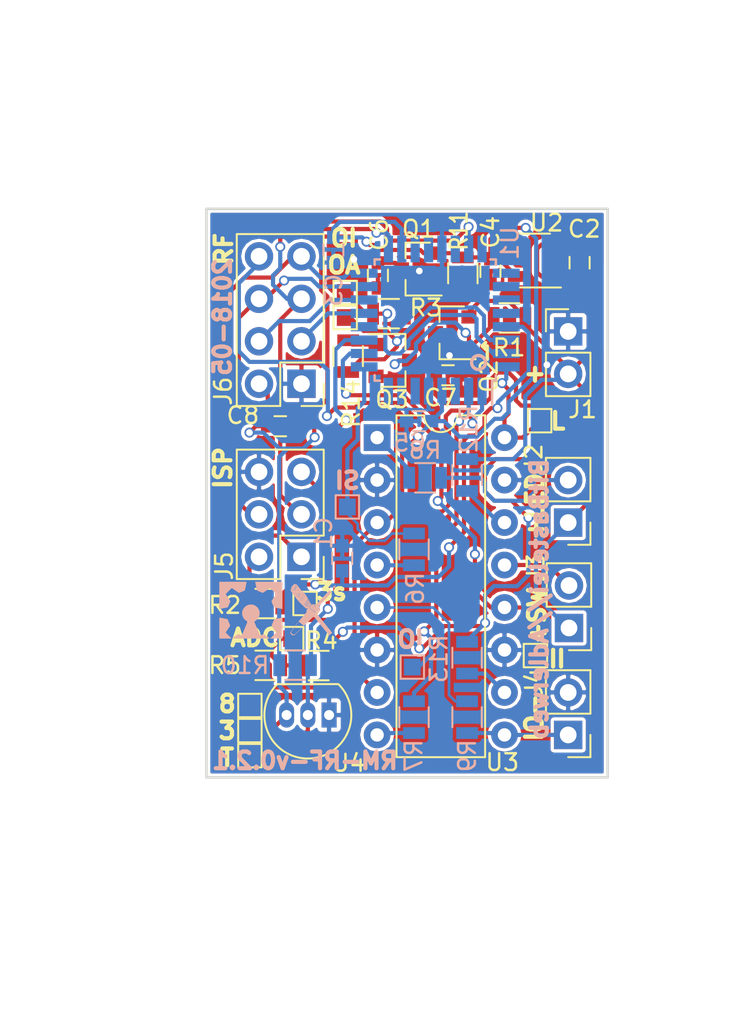
<source format=kicad_pcb>
(kicad_pcb (version 4) (host pcbnew 4.0.7)
  (layers (0 F.Cu signal) (31 B.Cu signal) (34 B.Paste user) (35 F.Paste user) (36 B.SilkS user) (37 F.SilkS user) (38 B.Mask user hide) (39 F.Mask user hide) (44 Edge.Cuts user hide))
  (net 0 "")
  (net 1 RESET)
  (net 2 GND)
  (net 3 VPP)
  (net 4 +3V3)
  (net 5 +BATT)
  (net 6 "Net-(J2-Pad2)")
  (net 7 "Net-(J4-Pad1)")
  (net 8 MISO)
  (net 9 SCK)
  (net 10 MOSI)
  (net 11 CE)
  (net 12 CSN)
  (net 13 "Net-(R4-Pad2)")
  (net 14 "Net-(R6-Pad1)")
  (net 15 R_SW)
  (net 16 "Net-(R7-Pad1)")
  (net 17 R_IO_O)
  (net 18 "Net-(R8-Pad2)")
  (net 19 "Net-(R9-Pad2)")
  (net 20 TEMP)
  (net 21 R_LED)
  (net 22 R_IO_I)
  (net 23 INT0)
  (net 24 "Net-(U1-Pad3)")
  (net 25 "Net-(U1-Pad6)")
  (net 26 "Net-(U1-Pad7)")
  (net 27 "Net-(U1-Pad8)")
  (net 28 "Net-(U1-Pad12)")
  (net 29 "Net-(U1-Pad19)")
  (net 30 "Net-(U1-Pad20)")
  (net 31 "Net-(U1-Pad22)")
  (net 32 "Net-(U1-Pad24)")
  (net 33 "Net-(U1-Pad25)")
  (net 34 "Net-(U1-Pad26)")
  (net 35 "Net-(U1-Pad27)")
  (net 36 "Net-(U1-Pad28)")
  (net 37 "Net-(U2-Pad4)")
  (net 38 "Net-(J3-Pad2)")
  (net 39 "Net-(R12-Pad2)")
  (net 40 "Net-(R13-Pad2)")
  (net 41 +3.3VP)
  (net 42 "Net-(Q1-Pad1)")
  (net 43 "Net-(Q2-Pad1)")
  (net 44 "Net-(Q3-Pad1)")
  (net 45 PWR_ON_IO)
  (net 46 PWR_ON_ADC)
  (module Connectors_TestPoints:Test_Point_Pad_1.0x1.0mm (layer F.Cu) (at 137.996 80.52)
    (fp_text reference TP1 hide)
    (fp_text value TEST)
    (pad 1 smd rect (at 0 0) (size 1 1) (layers F.Cu F.Mask) (net 45 PWR_ON_IO))
  )
  (module Resistors_SMD:R_0805 (layer F.Cu) (at 140.6144 81.788)
    (fp_text reference R3 (at 2.2098 -0.3556) (layer F.SilkS))
    (fp_text value 1.8k)
    (pad 1 smd rect (at -0.95 0) (size 0.7 1.3) (layers F.Cu F.Paste F.Mask) (net 45 PWR_ON_IO))
    (pad 2 smd rect (at 0.95 0) (size 0.7 1.3) (layers F.Cu F.Paste F.Mask) (net 42 "Net-(Q1-Pad1)"))
  )
  (module Housings_QFP:TQFP-32_7x7mm_Pitch0.8mm (layer B.Cu) (at 143.383 82.169 90)
    (fp_text reference U1 (at 4.5974 4.4704 90) (layer B.SilkS) (effects (justify mirror)))
    (fp_text value ATTINY88-AU)
    (pad 1 smd rect (at -4.25 2.8 90) (size 1.6 0.55) (layers B.Cu B.Paste B.Mask) (net 23 INT0))
    (pad 2 smd rect (at -4.25 2 90) (size 1.6 0.55) (layers B.Cu B.Paste B.Mask) (net 17 R_IO_O))
    (pad 3 smd rect (at -4.25 1.2 90) (size 1.6 0.55) (layers B.Cu B.Paste B.Mask) (net 24 "Net-(U1-Pad3)"))
    (pad 4 smd rect (at -4.25 0.4 90) (size 1.6 0.55) (layers B.Cu B.Paste B.Mask) (net 4 +3V3))
    (pad 5 smd rect (at -4.25 -0.4 90) (size 1.6 0.55) (layers B.Cu B.Paste B.Mask) (net 2 GND))
    (pad 6 smd rect (at -4.25 -1.2 90) (size 1.6 0.55) (layers B.Cu B.Paste B.Mask) (net 25 "Net-(U1-Pad6)"))
    (pad 7 smd rect (at -4.25 -2 90) (size 1.6 0.55) (layers B.Cu B.Paste B.Mask) (net 26 "Net-(U1-Pad7)"))
    (pad 8 smd rect (at -4.25 -2.8 90) (size 1.6 0.55) (layers B.Cu B.Paste B.Mask) (net 27 "Net-(U1-Pad8)"))
    (pad 9 smd rect (at -2.8 -4.25) (size 1.6 0.55) (layers B.Cu B.Paste B.Mask) (net 15 R_SW))
    (pad 10 smd rect (at -2 -4.25) (size 1.6 0.55) (layers B.Cu B.Paste B.Mask) (net 22 R_IO_I))
    (pad 11 smd rect (at -1.2 -4.25) (size 1.6 0.55) (layers B.Cu B.Paste B.Mask) (net 20 TEMP))
    (pad 12 smd rect (at -0.4 -4.25) (size 1.6 0.55) (layers B.Cu B.Paste B.Mask) (net 28 "Net-(U1-Pad12)"))
    (pad 13 smd rect (at 0.4 -4.25) (size 1.6 0.55) (layers B.Cu B.Paste B.Mask) (net 11 CE))
    (pad 14 smd rect (at 1.2 -4.25) (size 1.6 0.55) (layers B.Cu B.Paste B.Mask) (net 12 CSN))
    (pad 15 smd rect (at 2 -4.25) (size 1.6 0.55) (layers B.Cu B.Paste B.Mask) (net 10 MOSI))
    (pad 16 smd rect (at 2.8 -4.25) (size 1.6 0.55) (layers B.Cu B.Paste B.Mask) (net 8 MISO))
    (pad 17 smd rect (at 4.25 -2.8 90) (size 1.6 0.55) (layers B.Cu B.Paste B.Mask) (net 9 SCK))
    (pad 18 smd rect (at 4.25 -2 90) (size 1.6 0.55) (layers B.Cu B.Paste B.Mask) (net 4 +3V3))
    (pad 19 smd rect (at 4.25 -1.2 90) (size 1.6 0.55) (layers B.Cu B.Paste B.Mask) (net 29 "Net-(U1-Pad19)"))
    (pad 20 smd rect (at 4.25 -0.4 90) (size 1.6 0.55) (layers B.Cu B.Paste B.Mask) (net 30 "Net-(U1-Pad20)"))
    (pad 21 smd rect (at 4.25 0.4 90) (size 1.6 0.55) (layers B.Cu B.Paste B.Mask) (net 2 GND))
    (pad 22 smd rect (at 4.25 1.2 90) (size 1.6 0.55) (layers B.Cu B.Paste B.Mask) (net 31 "Net-(U1-Pad22)"))
    (pad 23 smd rect (at 4.25 2 90) (size 1.6 0.55) (layers B.Cu B.Paste B.Mask) (net 13 "Net-(R4-Pad2)"))
    (pad 24 smd rect (at 4.25 2.8 90) (size 1.6 0.55) (layers B.Cu B.Paste B.Mask) (net 32 "Net-(U1-Pad24)"))
    (pad 25 smd rect (at 2.8 4.25) (size 1.6 0.55) (layers B.Cu B.Paste B.Mask) (net 33 "Net-(U1-Pad25)"))
    (pad 26 smd rect (at 2 4.25) (size 1.6 0.55) (layers B.Cu B.Paste B.Mask) (net 34 "Net-(U1-Pad26)"))
    (pad 27 smd rect (at 1.2 4.25) (size 1.6 0.55) (layers B.Cu B.Paste B.Mask) (net 35 "Net-(U1-Pad27)"))
    (pad 28 smd rect (at 0.4 4.25) (size 1.6 0.55) (layers B.Cu B.Paste B.Mask) (net 36 "Net-(U1-Pad28)"))
    (pad 29 smd rect (at -0.4 4.25) (size 1.6 0.55) (layers B.Cu B.Paste B.Mask) (net 1 RESET))
    (pad 30 smd rect (at -1.2 4.25) (size 1.6 0.55) (layers B.Cu B.Paste B.Mask) (net 46 PWR_ON_ADC))
    (pad 31 smd rect (at -2 4.25) (size 1.6 0.55) (layers B.Cu B.Paste B.Mask) (net 45 PWR_ON_IO))
    (pad 32 smd rect (at -2.8 4.25) (size 1.6 0.55) (layers B.Cu B.Paste B.Mask) (net 21 R_LED))
  )
  (module Pin_Headers:Pin_Header_Straight_2x04_Pitch2.54mm (layer F.Cu) (at 135.382 85.979 180)
    (fp_text reference J6 (at 4.686 -0.441 270) (layer F.SilkS))
    (fp_text value NRF24L01)
    (pad 1 thru_hole rect (at 0 0 180) (size 1.7 1.7) (drill 1) (layers *.Cu *.Mask) (net 2 GND))
    (pad 2 thru_hole oval (at 2.54 0 180) (size 1.7 1.7) (drill 1) (layers *.Cu *.Mask) (net 41 +3.3VP))
    (pad 3 thru_hole oval (at 0 2.54 180) (size 1.7 1.7) (drill 1) (layers *.Cu *.Mask) (net 11 CE))
    (pad 4 thru_hole oval (at 2.54 2.54 180) (size 1.7 1.7) (drill 1) (layers *.Cu *.Mask) (net 12 CSN))
    (pad 5 thru_hole oval (at 0 5.08 180) (size 1.7 1.7) (drill 1) (layers *.Cu *.Mask) (net 9 SCK))
    (pad 6 thru_hole oval (at 2.54 5.08 180) (size 1.7 1.7) (drill 1) (layers *.Cu *.Mask) (net 10 MOSI))
    (pad 7 thru_hole oval (at 0 7.62 180) (size 1.7 1.7) (drill 1) (layers *.Cu *.Mask) (net 8 MISO))
    (pad 8 thru_hole oval (at 2.54 7.62 180) (size 1.7 1.7) (drill 1) (layers *.Cu *.Mask) (net 23 INT0))
  )
  (module Capacitors_SMD:C_0603 (layer B.Cu) (at 137.287 77.978 270)
    (fp_text reference C3 (at 2.413 -0.0254 270) (layer B.SilkS) (effects (justify mirror)))
    (fp_text value 100n)
    (pad 2 smd rect (at 0.75 0 270) (size 0.8 0.75) (layers B.Cu B.Paste B.Mask) (net 2 GND))
    (pad 1 smd rect (at -0.75 0 270) (size 0.8 0.75) (layers B.Cu B.Paste B.Mask) (net 4 +3V3))
  )
  (module Resistors_SMD:R_0805 (layer F.Cu) (at 133.223 99.1235)
    (fp_text reference R2 (at -2.427 0.0965) (layer F.SilkS))
    (fp_text value 10k)
    (pad 1 smd rect (at -0.95 0) (size 0.7 1.3) (layers F.Cu F.Paste F.Mask) (net 4 +3V3))
    (pad 2 smd rect (at 0.95 0) (size 0.7 1.3) (layers F.Cu F.Paste F.Mask) (net 1 RESET))
  )
  (module TO_SOT_Packages_SMD:SOT-23 (layer F.Cu) (at 142.367 79.121 180)
    (fp_text reference Q1 (at -0.029 2.401 180) (layer F.SilkS))
    (fp_text value AO3407)
    (pad 1 smd rect (at -1 -0.95 180) (size 0.9 0.8) (layers F.Cu F.Paste F.Mask) (net 42 "Net-(Q1-Pad1)"))
    (pad 2 smd rect (at -1 0.95 180) (size 0.9 0.8) (layers F.Cu F.Paste F.Mask) (net 4 +3V3))
    (pad 3 smd rect (at 1 0 180) (size 0.9 0.8) (layers F.Cu F.Paste F.Mask) (net 41 +3.3VP))
  )
  (module TO_SOT_Packages_SMD:SOT-23-5 (layer F.Cu) (at 149.352 78.613 180)
    (fp_text reference U2 (at -0.6858 2.2606 180) (layer F.SilkS))
    (fp_text value NCP551)
    (pad 1 smd rect (at -1.1 -0.95 180) (size 1.06 0.65) (layers F.Cu F.Paste F.Mask) (net 5 +BATT))
    (pad 2 smd rect (at -1.1 0 180) (size 1.06 0.65) (layers F.Cu F.Paste F.Mask) (net 2 GND))
    (pad 3 smd rect (at -1.1 0.95 180) (size 1.06 0.65) (layers F.Cu F.Paste F.Mask) (net 5 +BATT))
    (pad 4 smd rect (at 1.1 0.95 180) (size 1.06 0.65) (layers F.Cu F.Paste F.Mask) (net 37 "Net-(U2-Pad4)"))
    (pad 5 smd rect (at 1.1 -0.95 180) (size 1.06 0.65) (layers F.Cu F.Paste F.Mask) (net 4 +3V3))
  )
  (module TO_SOT_Packages_SMD:SOT-23 (layer F.Cu) (at 140.843 84.582)
    (fp_text reference Q3 (at -0.047 2.338) (layer F.SilkS))
    (fp_text value SI2302DS)
    (pad 1 smd rect (at -1 -0.95) (size 0.9 0.8) (layers F.Cu F.Paste F.Mask) (net 44 "Net-(Q3-Pad1)"))
    (pad 2 smd rect (at -1 0.95) (size 0.9 0.8) (layers F.Cu F.Paste F.Mask) (net 2 GND))
    (pad 3 smd rect (at 1 0) (size 0.9 0.8) (layers F.Cu F.Paste F.Mask) (net 43 "Net-(Q2-Pad1)"))
  )
  (module Capacitors_SMD:C_0603 (layer B.Cu) (at 137.8204 96.4184 270)
    (fp_text reference C1 (at -1.4986 1.1176 270) (layer B.SilkS) (effects (justify mirror)))
    (fp_text value 100n)
    (pad 2 smd rect (at 0.75 0 270) (size 0.8 0.75) (layers B.Cu B.Paste B.Mask) (net 1 RESET))
    (pad 1 smd rect (at -0.75 0 270) (size 0.8 0.75) (layers B.Cu B.Paste B.Mask) (net 2 GND))
  )
  (module Capacitors_SMD:C_0603 (layer F.Cu) (at 152.019 78.74 270)
    (fp_text reference C2 (at -2.02 -0.277 360) (layer F.SilkS))
    (fp_text value 100n)
    (pad 2 smd rect (at 0.75 0 270) (size 0.8 0.75) (layers F.Cu F.Paste F.Mask) (net 2 GND))
    (pad 1 smd rect (at -0.75 0 270) (size 0.8 0.75) (layers F.Cu F.Paste F.Mask) (net 5 +BATT))
  )
  (module Capacitors_SMD:C_0603 (layer F.Cu) (at 146.685 79.248 270)
    (fp_text reference C4 (at -2.328 -0.011 270) (layer F.SilkS))
    (fp_text value 100n)
    (pad 2 smd rect (at 0.75 0 270) (size 0.8 0.75) (layers F.Cu F.Paste F.Mask) (net 2 GND))
    (pad 1 smd rect (at -0.75 0 270) (size 0.8 0.75) (layers F.Cu F.Paste F.Mask) (net 4 +3V3))
  )
  (module Capacitors_SMD:C_0603 (layer B.Cu) (at 142.4178 88.2142 180)
    (fp_text reference C5 (at 0.5588 -1.2954 180) (layer B.SilkS) (effects (justify mirror)))
    (fp_text value 100n)
    (pad 2 smd rect (at 0.75 0 180) (size 0.8 0.75) (layers B.Cu B.Paste B.Mask) (net 2 GND))
    (pad 1 smd rect (at -0.75 0 180) (size 0.8 0.75) (layers B.Cu B.Paste B.Mask) (net 4 +3V3))
  )
  (module Capacitors_SMD:C_0603 (layer F.Cu) (at 139.954 79.502 270)
    (fp_text reference C6 (at -2.4384 -0.0762 270) (layer F.SilkS))
    (fp_text value 100n)
    (pad 2 smd rect (at 0.75 0 270) (size 0.8 0.75) (layers F.Cu F.Paste F.Mask) (net 2 GND))
    (pad 1 smd rect (at -0.75 0 270) (size 0.8 0.75) (layers F.Cu F.Paste F.Mask) (net 41 +3.3VP))
  )
  (module Capacitors_SMD:C_0603 (layer F.Cu) (at 144.145 85.471)
    (fp_text reference C7 (at -0.449 1.349) (layer F.SilkS))
    (fp_text value 100n)
    (pad 2 smd rect (at 0.75 0) (size 0.8 0.75) (layers F.Cu F.Paste F.Mask) (net 2 GND))
    (pad 1 smd rect (at -0.75 0) (size 0.8 0.75) (layers F.Cu F.Paste F.Mask) (net 3 VPP))
  )
  (module Capacitors_SMD:C_0603 (layer F.Cu) (at 134.112 88.519 180)
    (fp_text reference C8 (at 2.2352 0.6477 180) (layer F.SilkS))
    (fp_text value 100n)
    (pad 2 smd rect (at 0.75 0 180) (size 0.8 0.75) (layers F.Cu F.Paste F.Mask) (net 41 +3.3VP))
    (pad 1 smd rect (at -0.75 0 180) (size 0.8 0.75) (layers F.Cu F.Paste F.Mask) (net 2 GND))
  )
  (module Pin_Headers:Pin_Header_Straight_1x02_Pitch2.54mm (layer F.Cu) (at 151.336 82.85)
    (fp_text reference J1 (at 0.86 4.67) (layer F.SilkS))
    (fp_text value PWR)
    (pad 1 thru_hole rect (at 0 0) (size 1.7 1.7) (drill 1) (layers *.Cu *.Mask) (net 2 GND))
    (pad 2 thru_hole oval (at 0 2.54) (size 1.7 1.7) (drill 1) (layers *.Cu *.Mask) (net 5 +BATT))
  )
  (module Pin_Headers:Pin_Header_Straight_1x02_Pitch2.54mm (layer F.Cu) (at 151.336 94.28 180)
    (fp_text reference J2 (at 2.0602 3.856 270) (layer F.SilkS))
    (fp_text value RM_LED)
    (pad 1 thru_hole rect (at 0 0 180) (size 1.7 1.7) (drill 1) (layers *.Cu *.Mask) (net 5 +BATT))
    (pad 2 thru_hole oval (at 0 2.54 180) (size 1.7 1.7) (drill 1) (layers *.Cu *.Mask) (net 6 "Net-(J2-Pad2)"))
  )
  (module Pin_Headers:Pin_Header_Straight_1x02_Pitch2.54mm (layer F.Cu) (at 151.384 100.584 180)
    (fp_text reference J3 (at 1.9812 3.6068 270) (layer F.SilkS))
    (fp_text value RM_SW)
    (pad 1 thru_hole rect (at 0 0 180) (size 1.7 1.7) (drill 1) (layers *.Cu *.Mask) (net 5 +BATT))
    (pad 2 thru_hole oval (at 0 2.54 180) (size 1.7 1.7) (drill 1) (layers *.Cu *.Mask) (net 38 "Net-(J3-Pad2)"))
  )
  (module Pin_Headers:Pin_Header_Straight_1x02_Pitch2.54mm (layer F.Cu) (at 151.336 106.98 180)
    (fp_text reference J4 (at 2.04 3.16 270) (layer F.SilkS))
    (fp_text value RM_IO)
    (pad 1 thru_hole rect (at 0 0 180) (size 1.7 1.7) (drill 1) (layers *.Cu *.Mask) (net 7 "Net-(J4-Pad1)"))
    (pad 2 thru_hole oval (at 0 2.54 180) (size 1.7 1.7) (drill 1) (layers *.Cu *.Mask) (net 2 GND))
  )
  (module Pin_Headers:Pin_Header_Straight_2x03_Pitch2.54mm (layer F.Cu) (at 135.382 96.3295 180)
    (fp_text reference J5 (at 4.6228 -0.5461 270) (layer F.SilkS))
    (fp_text value ISP)
    (pad 1 thru_hole rect (at 0 0 180) (size 1.7 1.7) (drill 1) (layers *.Cu *.Mask) (net 8 MISO))
    (pad 2 thru_hole oval (at 2.54 0 180) (size 1.7 1.7) (drill 1) (layers *.Cu *.Mask) (net 4 +3V3))
    (pad 3 thru_hole oval (at 0 2.54 180) (size 1.7 1.7) (drill 1) (layers *.Cu *.Mask) (net 9 SCK))
    (pad 4 thru_hole oval (at 2.54 2.54 180) (size 1.7 1.7) (drill 1) (layers *.Cu *.Mask) (net 10 MOSI))
    (pad 5 thru_hole oval (at 0 5.08 180) (size 1.7 1.7) (drill 1) (layers *.Cu *.Mask) (net 1 RESET))
    (pad 6 thru_hole oval (at 2.54 5.08 180) (size 1.7 1.7) (drill 1) (layers *.Cu *.Mask) (net 2 GND))
  )
  (module TO_SOT_Packages_SMD:SOT-23 (layer F.Cu) (at 144.399 82.931 180)
    (fp_text reference Q2 (at -2.197 -2.589 270) (layer F.SilkS))
    (fp_text value AO3407)
    (pad 1 smd rect (at -1 -0.95 180) (size 0.9 0.8) (layers F.Cu F.Paste F.Mask) (net 43 "Net-(Q2-Pad1)"))
    (pad 2 smd rect (at -1 0.95 180) (size 0.9 0.8) (layers F.Cu F.Paste F.Mask) (net 5 +BATT))
    (pad 3 smd rect (at 1 0 180) (size 0.9 0.8) (layers F.Cu F.Paste F.Mask) (net 3 VPP))
  )
  (module Resistors_SMD:R_0805 (layer F.Cu) (at 147.828 82.042)
    (fp_text reference R1 (at -0.032 1.778) (layer F.SilkS))
    (fp_text value 560k)
    (pad 1 smd rect (at -0.95 0) (size 0.7 1.3) (layers F.Cu F.Paste F.Mask) (net 43 "Net-(Q2-Pad1)"))
    (pad 2 smd rect (at 0.95 0) (size 0.7 1.3) (layers F.Cu F.Paste F.Mask) (net 5 +BATT))
  )
  (module Resistors_SMD:R_0805 (layer F.Cu) (at 136.4107 102.8319 180)
    (fp_text reference R4 (at -0.1651 1.4986 180) (layer F.SilkS))
    (fp_text value 22k)
    (pad 1 smd rect (at -0.95 0 180) (size 0.7 1.3) (layers F.Cu F.Paste F.Mask) (net 3 VPP))
    (pad 2 smd rect (at 0.95 0 180) (size 0.7 1.3) (layers F.Cu F.Paste F.Mask) (net 13 "Net-(R4-Pad2)"))
  )
  (module Resistors_SMD:R_0805 (layer F.Cu) (at 133.223 102.8192 180)
    (fp_text reference R5 (at 2.427 -0.0008 180) (layer F.SilkS))
    (fp_text value 12k)
    (pad 1 smd rect (at -0.95 0 180) (size 0.7 1.3) (layers F.Cu F.Paste F.Mask) (net 13 "Net-(R4-Pad2)"))
    (pad 2 smd rect (at 0.95 0 180) (size 0.7 1.3) (layers F.Cu F.Paste F.Mask) (net 2 GND))
  )
  (module Resistors_SMD:R_0805 (layer B.Cu) (at 142.113 95.885 90)
    (fp_text reference R6 (at -2.3368 0.0762 90) (layer B.SilkS) (effects (justify mirror)))
    (fp_text value 470)
    (pad 1 smd rect (at -0.95 0 90) (size 0.7 1.3) (layers B.Cu B.Paste B.Mask) (net 14 "Net-(R6-Pad1)"))
    (pad 2 smd rect (at 0.95 0 90) (size 0.7 1.3) (layers B.Cu B.Paste B.Mask) (net 15 R_SW))
  )
  (module Resistors_SMD:R_0805 (layer B.Cu) (at 142.113 105.918 90)
    (fp_text reference R7 (at -2.302 -0.017 90) (layer B.SilkS) (effects (justify mirror)))
    (fp_text value 470)
    (pad 1 smd rect (at -0.95 0 90) (size 0.7 1.3) (layers B.Cu B.Paste B.Mask) (net 16 "Net-(R7-Pad1)"))
    (pad 2 smd rect (at 0.95 0 90) (size 0.7 1.3) (layers B.Cu B.Paste B.Mask) (net 17 R_IO_O))
  )
  (module Resistors_SMD:R_0805 (layer B.Cu) (at 142.7734 91.6051 180)
    (fp_text reference R8 (at 0 1.65 180) (layer B.SilkS) (effects (justify mirror)))
    (fp_text value 1.8k)
    (pad 1 smd rect (at -0.95 0 180) (size 0.7 1.3) (layers B.Cu B.Paste B.Mask) (net 6 "Net-(J2-Pad2)"))
    (pad 2 smd rect (at 0.95 0 180) (size 0.7 1.3) (layers B.Cu B.Paste B.Mask) (net 18 "Net-(R8-Pad2)"))
  )
  (module Resistors_SMD:R_0805 (layer B.Cu) (at 145.288 105.918 90)
    (fp_text reference R9 (at -2.302 0.008 90) (layer B.SilkS) (effects (justify mirror)))
    (fp_text value 1.8k)
    (pad 1 smd rect (at -0.95 0 90) (size 0.7 1.3) (layers B.Cu B.Paste B.Mask) (net 7 "Net-(J4-Pad1)"))
    (pad 2 smd rect (at 0.95 0 90) (size 0.7 1.3) (layers B.Cu B.Paste B.Mask) (net 19 "Net-(R9-Pad2)"))
  )
  (module Resistors_SMD:R_0805 (layer B.Cu) (at 135.001 102.8065 180)
    (fp_text reference R10 (at 2.9972 -0.0127 180) (layer B.SilkS) (effects (justify mirror)))
    (fp_text value 10k)
    (pad 1 smd rect (at -0.95 0 180) (size 0.7 1.3) (layers B.Cu B.Paste B.Mask) (net 20 TEMP))
    (pad 2 smd rect (at 0.95 0 180) (size 0.7 1.3) (layers B.Cu B.Paste B.Mask) (net 41 +3.3VP))
  )
  (module Resistors_SMD:R_0805 (layer F.Cu) (at 145.034 79.375 90)
    (fp_text reference R11 (at 2.54 -0.2286 90) (layer F.SilkS) (effects (font (size 1 0.8))))
    (fp_text value 560k)
    (pad 1 smd rect (at -0.95 0 90) (size 0.7 1.3) (layers F.Cu F.Paste F.Mask) (net 42 "Net-(Q1-Pad1)"))
    (pad 2 smd rect (at 0.95 0 90) (size 0.7 1.3) (layers F.Cu F.Paste F.Mask) (net 4 +3V3))
  )
  (module Resistors_SMD:R_0805 (layer B.Cu) (at 145.288 91.44 270)
    (fp_text reference R12 (at -2.7432 -0.1016 270) (layer B.SilkS) (effects (justify mirror)))
    (fp_text value 1.8k)
    (pad 1 smd rect (at -0.95 0 270) (size 0.7 1.3) (layers B.Cu B.Paste B.Mask) (net 5 +BATT))
    (pad 2 smd rect (at 0.95 0 270) (size 0.7 1.3) (layers B.Cu B.Paste B.Mask) (net 39 "Net-(R12-Pad2)"))
  )
  (module Resistors_SMD:R_0805 (layer B.Cu) (at 145.288 102.362 270)
    (fp_text reference R13 (at 0.058 1.692 270) (layer B.SilkS) (effects (justify mirror)))
    (fp_text value 1.8k)
    (pad 1 smd rect (at -0.95 0 270) (size 0.7 1.3) (layers B.Cu B.Paste B.Mask) (net 3 VPP))
    (pad 2 smd rect (at 0.95 0 270) (size 0.7 1.3) (layers B.Cu B.Paste B.Mask) (net 40 "Net-(R13-Pad2)"))
  )
  (module Resistors_SMD:R_0805 (layer F.Cu) (at 138.176 84.328 90)
    (fp_text reference R14 (at -2.8448 0.1778 90) (layer F.SilkS))
    (fp_text value 1.8k)
    (pad 1 smd rect (at -0.95 0 90) (size 0.7 1.3) (layers F.Cu F.Paste F.Mask) (net 46 PWR_ON_ADC))
    (pad 2 smd rect (at 0.95 0 90) (size 0.7 1.3) (layers F.Cu F.Paste F.Mask) (net 44 "Net-(Q3-Pad1)"))
  )
  (module Housings_DIP:DIP-16_W7.62mm (layer F.Cu) (at 139.906 89.2)
    (fp_text reference U3 (at 7.49 19.42 180) (layer F.SilkS))
    (fp_text value PC847)
    (pad 1 thru_hole rect (at 0 0) (size 1.6 1.6) (drill 0.8) (layers *.Cu *.Mask) (net 18 "Net-(R8-Pad2)"))
    (pad 9 thru_hole oval (at 7.62 17.78) (size 1.6 1.6) (drill 0.8) (layers *.Cu *.Mask) (net 7 "Net-(J4-Pad1)"))
    (pad 2 thru_hole oval (at 0 2.54) (size 1.6 1.6) (drill 0.8) (layers *.Cu *.Mask) (net 2 GND))
    (pad 10 thru_hole oval (at 7.62 15.24) (size 1.6 1.6) (drill 0.8) (layers *.Cu *.Mask) (net 40 "Net-(R13-Pad2)"))
    (pad 3 thru_hole oval (at 0 5.08) (size 1.6 1.6) (drill 0.8) (layers *.Cu *.Mask) (net 4 +3V3))
    (pad 11 thru_hole oval (at 7.62 12.7) (size 1.6 1.6) (drill 0.8) (layers *.Cu *.Mask) (net 2 GND))
    (pad 4 thru_hole oval (at 0 7.62) (size 1.6 1.6) (drill 0.8) (layers *.Cu *.Mask) (net 14 "Net-(R6-Pad1)"))
    (pad 12 thru_hole oval (at 7.62 10.16) (size 1.6 1.6) (drill 0.8) (layers *.Cu *.Mask) (net 22 R_IO_I))
    (pad 5 thru_hole oval (at 0 10.16) (size 1.6 1.6) (drill 0.8) (layers *.Cu *.Mask) (net 19 "Net-(R9-Pad2)"))
    (pad 13 thru_hole oval (at 7.62 7.62) (size 1.6 1.6) (drill 0.8) (layers *.Cu *.Mask) (net 38 "Net-(J3-Pad2)"))
    (pad 6 thru_hole oval (at 0 12.7) (size 1.6 1.6) (drill 0.8) (layers *.Cu *.Mask) (net 2 GND))
    (pad 14 thru_hole oval (at 7.62 5.08) (size 1.6 1.6) (drill 0.8) (layers *.Cu *.Mask) (net 39 "Net-(R12-Pad2)"))
    (pad 7 thru_hole oval (at 0 15.24) (size 1.6 1.6) (drill 0.8) (layers *.Cu *.Mask) (net 4 +3V3))
    (pad 15 thru_hole oval (at 7.62 2.54) (size 1.6 1.6) (drill 0.8) (layers *.Cu *.Mask) (net 2 GND))
    (pad 8 thru_hole oval (at 0 17.78) (size 1.6 1.6) (drill 0.8) (layers *.Cu *.Mask) (net 16 "Net-(R7-Pad1)"))
    (pad 16 thru_hole oval (at 7.62 0) (size 1.6 1.6) (drill 0.8) (layers *.Cu *.Mask) (net 21 R_LED))
  )
  (module TO_SOT_Packages_THT:TO-92_Inline_Narrow_Oval (layer F.Cu) (at 137.033 105.791 180)
    (fp_text reference U4 (at -1.1684 -2.8702 180) (layer F.SilkS))
    (fp_text value DS18B20)
    (pad 2 thru_hole oval (at 1.27 0) (size 0.9 1.5) (drill 0.6) (layers *.Cu *.Mask) (net 20 TEMP))
    (pad 3 thru_hole oval (at 2.54 0) (size 0.9 1.5) (drill 0.6) (layers *.Cu *.Mask) (net 41 +3.3VP))
    (pad 1 thru_hole rect (at 0 0) (size 0.9 1.5) (drill 0.6) (layers *.Cu *.Mask) (net 2 GND))
  )
  (module kicad:oshw3.5n (layer F.Cu) (at 124.096 96.52)
    (fp_text reference G*** hide)
    (fp_text value LOGO hide)
  )
  (module kicad:biba-3.5i (layer B.Cu) (at 136.1186 99.4918 180)
    (fp_text reference G*** hide)
    (fp_text value LOGO hide)
  )
  (module kicad:oshw3.5i (layer B.Cu) (at 132.3594 99.5172 180)
    (fp_text reference G*** hide)
    (fp_text value LOGO hide)
  )
  (module Connectors_TestPoints:Test_Point_Pad_1.0x1.0mm (layer F.Cu) (at 132.296 106.72)
    (fp_text reference TP2 hide)
    (fp_text value TEST)
    (pad 1 smd rect (at 0 0) (size 1 1) (layers F.Cu F.Mask) (net 41 +3.3VP))
  )
  (module Connectors_TestPoints:Test_Point_Pad_1.0x1.0mm (layer F.Cu) (at 137.996 82.02)
    (fp_text reference TP3 hide)
    (fp_text value TEST)
    (pad 1 smd rect (at 0 0) (size 1 1) (layers F.Cu F.Mask) (net 46 PWR_ON_ADC))
  )
  (module Connectors_TestPoints:Test_Point_Pad_1.0x1.0mm (layer F.Cu) (at 132.296 105.22)
    (fp_text reference TP4 hide)
    (fp_text value TEST)
    (pad 1 smd rect (at 0 0) (size 1 1) (layers F.Cu F.Mask) (net 3 VPP))
  )
  (module Connectors_TestPoints:Test_Point_Pad_1.0x1.0mm (layer F.Cu) (at 135.596 99.12)
    (fp_text reference TP5 hide)
    (fp_text value TEST)
    (pad 1 smd rect (at 0 0) (size 1 1) (layers F.Cu F.Mask) (net 4 +3V3))
  )
  (module Connectors_TestPoints:Test_Point_Pad_1.0x1.0mm (layer F.Cu) (at 134.796 101.22)
    (fp_text reference TP6 hide)
    (fp_text value TEST)
    (pad 1 smd rect (at 0 0) (size 1 1) (layers F.Cu F.Mask) (net 13 "Net-(R4-Pad2)"))
  )
  (module Connectors_TestPoints:Test_Point_Pad_1.0x1.0mm (layer B.Cu) (at 138.1252 93.345)
    (fp_text reference TP7 hide)
    (fp_text value TEST)
    (pad 1 smd rect (at 0 0) (size 1 1) (layers B.Cu B.Mask) (net 15 R_SW))
  )
  (module Connectors_TestPoints:Test_Point_Pad_1.0x1.0mm (layer F.Cu) (at 149.6314 88.1888)
    (fp_text reference TP8 hide)
    (fp_text value TEST)
    (pad 1 smd rect (at 0 0) (size 1 1) (layers F.Cu F.Mask) (net 21 R_LED))
  )
  (module Connectors_TestPoints:Test_Point_Pad_1.0x1.0mm (layer B.Cu) (at 142.0114 102.9208)
    (fp_text reference TP9 hide)
    (fp_text value TEST)
    (pad 1 smd rect (at 0 0) (size 1 1) (layers B.Cu B.Mask) (net 17 R_IO_O))
  )
  (module Connectors_TestPoints:Test_Point_Pad_1.0x1.0mm (layer F.Cu) (at 149.3774 102.235)
    (fp_text reference TP10 hide)
    (fp_text value TEST)
    (pad 1 smd rect (at 0 0) (size 1 1) (layers F.Cu F.Mask) (net 22 R_IO_I))
  )
  (module Connectors_TestPoints:Test_Point_Pad_1.0x1.0mm (layer F.Cu) (at 132.296 108.22)
    (fp_text reference TP11 hide)
    (fp_text value TEST)
    (pad 1 smd rect (at 0 0) (size 1 1) (layers F.Cu F.Mask) (net 20 TEMP))
  )
  (gr_circle (center 145.9738 84.709) (end 146.304 84.963) (layer B.SilkS) (width 0.2))
  (gr_text ISP (at 130.683 91.0082 90) (layer F.SilkS) (effects (font (size 1 1) (thickness 0.25))))
  (gr_text RF (at 130.7338 77.9272 90) (layer F.SilkS) (effects (font (size 1 1) (thickness 0.25))))
  (gr_text 2018-05 (at 130.6576 81.9912 90) (layer B.SilkS) (effects (font (size 1 1) (thickness 0.25)) (justify mirror)))
  (gr_text 3s (at 137.1854 98.425) (layer F.SilkS) (effects (font (size 1 1) (thickness 0.25))))
  (gr_text IO (at 141.9098 101.2698) (layer B.SilkS) (effects (font (size 1 1) (thickness 0.25)) (justify mirror)))
  (gr_text SI (at 138.1252 91.7702) (layer B.SilkS) (effects (font (size 1 1) (thickness 0.25)) (justify mirror)))
  (gr_text II (at 150.6728 102.4382) (layer F.SilkS) (effects (font (size 1 1) (thickness 0.25))))
  (gr_text L (at 150.7236 88.2142) (layer F.SilkS) (effects (font (size 1 1) (thickness 0.25))))
  (gr_text "OI\nOA" (at 137.922 78.0796) (layer F.SilkS) (effects (font (size 1 1) (thickness 0.25))))
  (gr_text "8\n3\nT" (at 130.937 106.7308) (layer F.SilkS) (effects (font (size 1 1) (thickness 0.25))))
  (gr_text ADC (at 132.588 101.1682) (layer F.SilkS) (effects (font (size 1 1) (thickness 0.25))))
  (gr_text IO- (at 149.3012 105.9434 90) (layer F.SilkS) (effects (font (size 1 1) (thickness 0.25))))
  (gr_text +SW (at 149.479 99.8474 90) (layer F.SilkS) (effects (font (size 1 1) (thickness 0.25))))
  (gr_text +LED (at 149.352 93.3196 90) (layer F.SilkS) (effects (font (size 1 1) (thickness 0.25))))
  (gr_text + (at 149.352 85.344) (layer F.SilkS) (effects (font (size 1 1) (thickness 0.25))))
  (gr_text BitBastelei//Adlerweb (at 149.606 98.8568 90) (layer B.SilkS) (effects (font (size 1 1) (thickness 0.25)) (justify mirror)))
  (gr_text RM-RF-v0.2.1 (at 135.5852 108.5215) (layer B.SilkS) (effects (font (size 1 1) (thickness 0.25)) (justify mirror)))
  (gr_line (start 146.196 83.72) (end 146.396 83.92) (angle 90) (layer F.SilkS) (width 0.2))
  (gr_line (start 146.396 83.52) (end 146.196 83.72) (angle 90) (layer F.SilkS) (width 0.2))
  (gr_line (start 146.196 83.72) (end 146.396 83.52) (angle 90) (layer F.SilkS) (width 0.2))
  (gr_line (start 146.496 83.72) (end 146.196 83.72) (angle 90) (layer F.SilkS) (width 0.2))
  (gr_line (start 146.496 84.52) (end 146.496 83.72) (angle 90) (layer F.SilkS) (width 0.2))
  (gr_line (start 153.696 75.52) (end 153.696 109.52) (angle 90) (layer Edge.Cuts) (width 0.15))
  (gr_line (start 129.696 75.52) (end 153.696 75.52) (angle 90) (layer Edge.Cuts) (width 0.15))
  (gr_line (start 129.696 76.52) (end 129.696 75.52) (angle 90) (layer Edge.Cuts) (width 0.15))
  (gr_line (start 129.696 109.52) (end 129.696 76.52) (angle 90) (layer Edge.Cuts) (width 0.15))
  (gr_line (start 153.696 109.52) (end 129.696 109.52) (angle 90) (layer Edge.Cuts) (width 0.15))
  (segment (start 145.103002 90.8685) (end 145.103002 89.364398) (width 0.25) (layer F.Cu) (net 1))
  (segment (start 145.387904 89.079496) (end 145.768904 89.079496) (width 0.25) (layer F.Cu) (net 1))
  (segment (start 145.103002 89.364398) (end 145.387904 89.079496) (width 0.25) (layer F.Cu) (net 1))
  (segment (start 145.103002 92.906002) (end 145.103002 94.863498) (width 0.25) (layer F.Cu) (net 1))
  (segment (start 145.103002 94.863498) (end 144.2085 95.758) (width 0.25) (layer F.Cu) (net 1))
  (segment (start 148.209 86.0044) (end 147.447 86.7664) (width 0.25) (layer B.Cu) (net 1))
  (segment (start 147.1295 87.4141) (end 147.1041 87.4395) (width 0.25) (layer B.Cu) (net 1))
  (segment (start 147.1295 87.0839) (end 147.1295 87.4141) (width 0.25) (layer B.Cu) (net 1))
  (segment (start 147.447 86.7664) (end 147.1295 87.0839) (width 0.25) (layer B.Cu) (net 1))
  (segment (start 145.103002 91.311692) (end 145.103002 90.8685) (width 0.25) (layer F.Cu) (net 1))
  (segment (start 140.5255 98.044) (end 137.7569 98.044) (width 0.25) (layer B.Cu) (net 1))
  (via (at 144.2085 95.758) (size 0.6) (drill 0.4) (layers F.Cu B.Cu) (net 1))
  (segment (start 144.2085 95.758) (end 144.2085 96.901) (width 0.25) (layer B.Cu) (net 1))
  (segment (start 144.2085 96.901) (end 143.5735 97.536) (width 0.25) (layer B.Cu) (net 1))
  (segment (start 143.5735 97.536) (end 141.0335 97.536) (width 0.25) (layer B.Cu) (net 1))
  (segment (start 141.0335 97.536) (end 140.5255 98.044) (width 0.25) (layer B.Cu) (net 1))
  (segment (start 145.103002 91.311692) (end 145.103002 92.906002) (width 0.25) (layer F.Cu) (net 1))
  (segment (start 145.768904 89.079496) (end 146.3294 88.519) (width 0.25) (layer F.Cu) (net 1))
  (segment (start 146.3294 88.519) (end 146.3294 87.821898) (width 0.25) (layer F.Cu) (net 1))
  (segment (start 146.3294 87.821898) (end 146.711798 87.4395) (width 0.25) (layer F.Cu) (net 1))
  (segment (start 146.711798 87.4395) (end 147.1041 87.4395) (width 0.25) (layer F.Cu) (net 1))
  (via (at 147.1041 87.4395) (size 0.6) (drill 0.4) (layers F.Cu B.Cu) (net 1))
  (segment (start 148.971 85.2424) (end 148.971 84.6582) (width 0.25) (layer B.Cu) (net 1))
  (segment (start 148.209 86.0044) (end 148.971 85.2424) (width 0.25) (layer B.Cu) (net 1))
  (segment (start 148.971 84.4931) (end 148.971 84.6582) (width 0.25) (layer B.Cu) (net 1))
  (segment (start 148.971 84.4931) (end 148.971 82.936502) (width 0.25) (layer B.Cu) (net 1))
  (segment (start 147.633 82.569) (end 148.603498 82.569) (width 0.25) (layer B.Cu) (net 1))
  (segment (start 148.971 82.936502) (end 148.603498 82.569) (width 0.25) (layer B.Cu) (net 1))
  (segment (start 137.8204 97.1684) (end 137.8204 97.9805) (width 0.25) (layer B.Cu) (net 1))
  (segment (start 137.8204 97.9805) (end 137.7569 98.044) (width 0.25) (layer B.Cu) (net 1))
  (segment (start 134.173 99.1235) (end 134.173 98.618) (width 0.25) (layer F.Cu) (net 1))
  (segment (start 134.173 98.618) (end 134.8105 97.9805) (width 0.25) (layer F.Cu) (net 1))
  (segment (start 134.8105 97.9805) (end 136.2075 97.9805) (width 0.25) (layer F.Cu) (net 1))
  (segment (start 136.2075 97.9805) (end 136.5885 97.5995) (width 0.25) (layer F.Cu) (net 1))
  (segment (start 136.5885 92.456) (end 136.5377 92.4052) (width 0.25) (layer F.Cu) (net 1))
  (segment (start 136.5377 92.4052) (end 135.382 91.2495) (width 0.25) (layer F.Cu) (net 1))
  (segment (start 136.5885 97.5995) (end 136.5885 92.456) (width 0.25) (layer F.Cu) (net 1))
  (segment (start 137.7569 98.044) (end 136.271 98.044) (width 0.25) (layer B.Cu) (net 1))
  (segment (start 136.271 98.044) (end 136.2075 97.9805) (width 0.25) (layer B.Cu) (net 1))
  (via (at 136.2075 97.9805) (size 0.6) (drill 0.4) (layers F.Cu B.Cu) (net 1))
  (segment (start 143.783 77.919) (end 143.783 79.1146) (width 0.25) (layer B.Cu) (net 2))
  (segment (start 142.367 79.2988) (end 142.367 79.8957) (width 0.25) (layer F.Cu) (net 2))
  (segment (start 142.4305 79.2353) (end 142.367 79.2988) (width 0.25) (layer F.Cu) (net 2))
  (via (at 142.4305 79.2353) (size 0.6) (drill 0.4) (layers F.Cu B.Cu) (net 2))
  (segment (start 143.6623 79.2353) (end 142.4305 79.2353) (width 0.25) (layer B.Cu) (net 2))
  (segment (start 143.783 79.1146) (end 143.6623 79.2353) (width 0.25) (layer B.Cu) (net 2))
  (segment (start 142.983 86.419) (end 142.983 85.1725) (width 0.25) (layer B.Cu) (net 2))
  (segment (start 144.895 84.7859) (end 144.895 85.471) (width 0.25) (layer F.Cu) (net 2))
  (segment (start 144.78 84.6709) (end 144.895 84.7859) (width 0.25) (layer F.Cu) (net 2))
  (segment (start 144.6149 84.6709) (end 144.78 84.6709) (width 0.25) (layer F.Cu) (net 2))
  (segment (start 144.2339 84.2899) (end 144.6149 84.6709) (width 0.25) (layer F.Cu) (net 2))
  (via (at 144.2339 84.2899) (size 0.6) (drill 0.4) (layers F.Cu B.Cu) (net 2))
  (segment (start 143.8656 84.2899) (end 144.2339 84.2899) (width 0.25) (layer B.Cu) (net 2))
  (segment (start 142.983 85.1725) (end 143.8656 84.2899) (width 0.25) (layer B.Cu) (net 2))
  (segment (start 137.287 78.728) (end 138.3277 78.728) (width 0.25) (layer B.Cu) (net 2))
  (segment (start 138.6967 78.7146) (end 138.8872 78.7146) (width 0.25) (layer F.Cu) (net 2))
  (segment (start 138.5189 78.5368) (end 138.6967 78.7146) (width 0.25) (layer F.Cu) (net 2))
  (via (at 138.5189 78.5368) (size 0.6) (drill 0.4) (layers F.Cu B.Cu) (net 2))
  (segment (start 138.3277 78.728) (end 138.5189 78.5368) (width 0.25) (layer B.Cu) (net 2))
  (segment (start 151.336 82.85) (end 151.336 84.1474) (width 0.25) (layer B.Cu) (net 2))
  (segment (start 149.916302 84.995598) (end 149.0853 84.995598) (width 0.25) (layer F.Cu) (net 2))
  (segment (start 150.0632 84.8487) (end 149.916302 84.995598) (width 0.25) (layer F.Cu) (net 2))
  (via (at 150.0632 84.8487) (size 0.6) (drill 0.4) (layers F.Cu B.Cu) (net 2))
  (segment (start 150.7744 84.1375) (end 150.0632 84.8487) (width 0.25) (layer B.Cu) (net 2))
  (segment (start 151.3261 84.1375) (end 150.7744 84.1375) (width 0.25) (layer B.Cu) (net 2))
  (segment (start 151.336 84.1474) (end 151.3261 84.1375) (width 0.25) (layer B.Cu) (net 2))
  (segment (start 137.9728 78.7146) (end 138.8872 78.7146) (width 0.25) (layer F.Cu) (net 2))
  (segment (start 139.192 80.137) (end 139.307 80.252) (width 0.25) (layer F.Cu) (net 2))
  (segment (start 139.307 80.252) (end 139.954 80.252) (width 0.16) (layer F.Cu) (net 2))
  (segment (start 138.8872 78.7146) (end 139.192 79.0194) (width 0.25) (layer F.Cu) (net 2))
  (segment (start 139.192 79.0194) (end 139.192 80.137) (width 0.25) (layer F.Cu) (net 2))
  (segment (start 137.287 78.728) (end 137.9594 78.728) (width 0.16) (layer B.Cu) (net 2))
  (segment (start 137.9594 78.728) (end 137.9728 78.7146) (width 0.16) (layer B.Cu) (net 2))
  (segment (start 150.056002 85.779904) (end 150.056002 85.794002) (width 0.25) (layer F.Cu) (net 2))
  (segment (start 149.0853 84.995598) (end 149.271696 84.995598) (width 0.25) (layer F.Cu) (net 2))
  (segment (start 149.271696 84.995598) (end 150.056002 85.779904) (width 0.25) (layer F.Cu) (net 2))
  (segment (start 150.056002 85.794002) (end 151.8412 87.5792) (width 0.25) (layer F.Cu) (net 2))
  (segment (start 151.8412 87.5792) (end 151.8412 88.3666) (width 0.25) (layer F.Cu) (net 2))
  (segment (start 151.8412 88.3666) (end 151.8158 88.392) (width 0.25) (layer F.Cu) (net 2))
  (segment (start 139.843 85.532) (end 140.2105 85.532) (width 0.25) (layer F.Cu) (net 2))
  (segment (start 146.685 79.998) (end 146.6095 79.998) (width 0.25) (layer F.Cu) (net 2))
  (segment (start 151.336 82.85) (end 151.336 81.3915) (width 0.25) (layer F.Cu) (net 2))
  (segment (start 152.019 80.7085) (end 152.019 79.49) (width 0.25) (layer F.Cu) (net 2))
  (segment (start 151.336 81.3915) (end 152.019 80.7085) (width 0.25) (layer F.Cu) (net 2))
  (segment (start 152.019 79.49) (end 152.019 79.375) (width 0.25) (layer F.Cu) (net 2))
  (segment (start 146.685 79.998) (end 146.685 80.067998) (width 0.25) (layer F.Cu) (net 2))
  (segment (start 151.336 82.8195) (end 151.336 82.85) (width 0.25) (layer F.Cu) (net 2))
  (segment (start 139.906 91.74) (end 139.906 92.051002) (width 0.25) (layer B.Cu) (net 2))
  (segment (start 146.7104 85.8774) (end 146.7104 85.7123) (width 0.25) (layer F.Cu) (net 3))
  (segment (start 150.4569 87.2871) (end 150.6982 87.5284) (width 0.25) (layer F.Cu) (net 3))
  (segment (start 148.5265 87.2871) (end 150.4569 87.2871) (width 0.25) (layer F.Cu) (net 3))
  (segment (start 148.214502 86.975102) (end 148.5265 87.2871) (width 0.25) (layer F.Cu) (net 3))
  (segment (start 148.214502 85.743202) (end 148.214502 86.975102) (width 0.25) (layer F.Cu) (net 3))
  (segment (start 147.7772 85.3059) (end 148.214502 85.743202) (width 0.25) (layer F.Cu) (net 3))
  (segment (start 147.1168 85.3059) (end 147.7772 85.3059) (width 0.25) (layer F.Cu) (net 3))
  (segment (start 146.7104 85.7123) (end 147.1168 85.3059) (width 0.25) (layer F.Cu) (net 3))
  (segment (start 146.7104 85.9409) (end 146.7104 85.8774) (width 0.25) (layer F.Cu) (net 3))
  (segment (start 150.6982 87.5284) (end 150.6982 87.5919) (width 0.25) (layer F.Cu) (net 3))
  (segment (start 146.7104 86.8045) (end 146.7104 85.9409) (width 0.25) (layer F.Cu) (net 3))
  (segment (start 137.3607 102.8319) (end 137.3607 103.7107) (width 0.25) (layer F.Cu) (net 3))
  (segment (start 136.9314 104.14) (end 133.576 104.14) (width 0.25) (layer F.Cu) (net 3))
  (segment (start 137.3607 103.7107) (end 136.9314 104.14) (width 0.25) (layer F.Cu) (net 3))
  (segment (start 145.9484 87.134001) (end 146.380899 87.134001) (width 0.25) (layer F.Cu) (net 3))
  (segment (start 146.3421 91.1352) (end 146.9898 90.4875) (width 0.25) (layer F.Cu) (net 3))
  (segment (start 146.9898 90.4875) (end 148.1455 90.4875) (width 0.25) (layer F.Cu) (net 3))
  (segment (start 146.3675 100.2792) (end 146.3675 98.6028) (width 0.25) (layer B.Cu) (net 3))
  (segment (start 146.3548 91.6051) (end 146.3421 91.5924) (width 0.25) (layer F.Cu) (net 3))
  (segment (start 146.3548 92.4179) (end 146.3548 91.6051) (width 0.25) (layer F.Cu) (net 3))
  (segment (start 146.9136 92.9767) (end 146.3548 92.4179) (width 0.25) (layer F.Cu) (net 3))
  (segment (start 147.955 92.9767) (end 146.9136 92.9767) (width 0.25) (layer F.Cu) (net 3))
  (segment (start 148.1836 93.2053) (end 147.955 92.9767) (width 0.25) (layer F.Cu) (net 3))
  (segment (start 148.1836 93.218) (end 148.1836 93.2053) (width 0.25) (layer F.Cu) (net 3))
  (segment (start 148.9583 93.9927) (end 148.1836 93.218) (width 0.25) (layer F.Cu) (net 3))
  (via (at 148.9583 93.9927) (size 0.6) (drill 0.4) (layers F.Cu B.Cu) (net 3))
  (segment (start 148.9583 97.409) (end 148.9583 93.9927) (width 0.25) (layer B.Cu) (net 3))
  (segment (start 148.2852 98.0821) (end 148.9583 97.409) (width 0.25) (layer B.Cu) (net 3))
  (segment (start 146.8882 98.0821) (end 148.2852 98.0821) (width 0.25) (layer B.Cu) (net 3))
  (segment (start 146.3675 98.6028) (end 146.8882 98.0821) (width 0.25) (layer B.Cu) (net 3))
  (segment (start 146.3421 91.5924) (end 146.3421 91.1352) (width 0.25) (layer F.Cu) (net 3))
  (segment (start 150.6982 87.5919) (end 150.6982 89.3318) (width 0.25) (layer F.Cu) (net 3))
  (segment (start 150.6982 89.3318) (end 149.5425 90.4875) (width 0.25) (layer F.Cu) (net 3))
  (segment (start 149.5425 90.4875) (end 148.1455 90.4875) (width 0.25) (layer F.Cu) (net 3))
  (segment (start 146.380899 87.134001) (end 146.7104 86.8045) (width 0.25) (layer F.Cu) (net 3))
  (segment (start 144.6784 87.134001) (end 145.9484 87.134001) (width 0.25) (layer F.Cu) (net 3))
  (segment (start 142.4305 101.8032) (end 142.6083 101.8032) (width 0.25) (layer F.Cu) (net 3))
  (segment (start 146.177 100.4697) (end 146.3675 100.2792) (width 0.25) (layer F.Cu) (net 3))
  (segment (start 143.9418 100.4697) (end 146.177 100.4697) (width 0.25) (layer F.Cu) (net 3))
  (segment (start 142.6083 101.8032) (end 143.9418 100.4697) (width 0.25) (layer F.Cu) (net 3))
  (segment (start 143.903001 87.134001) (end 144.6784 87.134001) (width 0.25) (layer F.Cu) (net 3))
  (segment (start 143.395 86.626) (end 143.903001 87.134001) (width 0.25) (layer F.Cu) (net 3))
  (segment (start 143.395 85.471) (end 143.395 86.626) (width 0.25) (layer F.Cu) (net 3))
  (segment (start 132.296 105.22) (end 132.496 105.22) (width 0.25) (layer F.Cu) (net 3))
  (segment (start 132.496 105.22) (end 133.576 104.14) (width 0.25) (layer F.Cu) (net 3))
  (segment (start 146.3675 100.2792) (end 145.288 101.3587) (width 0.25) (layer B.Cu) (net 3))
  (via (at 146.3675 100.2792) (size 0.6) (drill 0.4) (layers F.Cu B.Cu) (net 3))
  (segment (start 145.288 101.3587) (end 145.288 101.412) (width 0.25) (layer B.Cu) (net 3))
  (segment (start 137.3607 102.8319) (end 137.3607 101.3104) (width 0.25) (layer F.Cu) (net 3))
  (segment (start 142.4051 101.7778) (end 142.3797 101.7778) (width 0.25) (layer F.Cu) (net 3))
  (segment (start 142.4305 101.8032) (end 142.4051 101.7778) (width 0.25) (layer F.Cu) (net 3))
  (via (at 142.4305 101.8032) (size 0.6) (drill 0.4) (layers F.Cu B.Cu) (net 3))
  (segment (start 141.1859 100.5586) (end 142.4305 101.8032) (width 0.25) (layer B.Cu) (net 3))
  (segment (start 138.1125 100.5586) (end 141.1859 100.5586) (width 0.25) (layer B.Cu) (net 3))
  (segment (start 137.8585 100.8126) (end 138.1125 100.5586) (width 0.25) (layer B.Cu) (net 3))
  (via (at 137.8585 100.8126) (size 0.6) (drill 0.4) (layers F.Cu B.Cu) (net 3))
  (segment (start 137.3607 101.3104) (end 137.8585 100.8126) (width 0.25) (layer F.Cu) (net 3))
  (segment (start 143.399 82.931) (end 143.399 85.467) (width 0.25) (layer F.Cu) (net 3))
  (segment (start 143.399 85.467) (end 143.395 85.471) (width 0.25) (layer F.Cu) (net 3))
  (segment (start 141.4018 90.7796) (end 141.4018 90.0684) (width 0.25) (layer F.Cu) (net 4))
  (segment (start 141.4018 90.0684) (end 142.3416 89.1286) (width 0.25) (layer F.Cu) (net 4))
  (segment (start 143.1678 88.2142) (end 143.1678 88.3024) (width 0.25) (layer B.Cu) (net 4))
  (segment (start 143.1678 88.3024) (end 142.3416 89.1286) (width 0.25) (layer B.Cu) (net 4))
  (via (at 142.3416 89.1286) (size 0.6) (drill 0.4) (layers F.Cu B.Cu) (net 4))
  (segment (start 139.906 94.28) (end 140.416 94.28) (width 0.25) (layer F.Cu) (net 4))
  (segment (start 140.416 94.28) (end 141.4018 93.2942) (width 0.25) (layer F.Cu) (net 4))
  (segment (start 141.4018 93.2942) (end 141.4018 91.8464) (width 0.25) (layer F.Cu) (net 4))
  (segment (start 141.4018 90.7796) (end 141.4018 91.8464) (width 0.25) (layer F.Cu) (net 4))
  (segment (start 148.7424 86.107398) (end 147.949349 86.900449) (width 0.25) (layer B.Cu) (net 4))
  (segment (start 147.3708 88.0745) (end 146.939 88.0745) (width 0.25) (layer B.Cu) (net 4))
  (segment (start 147.777899 87.667401) (end 147.3708 88.0745) (width 0.25) (layer B.Cu) (net 4))
  (segment (start 147.777899 87.071899) (end 147.777899 87.667401) (width 0.25) (layer B.Cu) (net 4))
  (segment (start 147.949349 86.900449) (end 147.777899 87.071899) (width 0.25) (layer B.Cu) (net 4))
  (segment (start 136.6012 100.1014) (end 137.287 100.1014) (width 0.25) (layer F.Cu) (net 4))
  (segment (start 137.287 100.1014) (end 138.557 98.8314) (width 0.25) (layer F.Cu) (net 4))
  (segment (start 149.421002 84.9884) (end 149.421002 85.428796) (width 0.25) (layer B.Cu) (net 4))
  (segment (start 149.421002 85.428796) (end 148.7424 86.107398) (width 0.25) (layer B.Cu) (net 4))
  (segment (start 149.421002 82.2706) (end 149.421002 77.285002) (width 0.25) (layer B.Cu) (net 4))
  (segment (start 149.421002 77.285002) (end 148.7932 76.6572) (width 0.25) (layer B.Cu) (net 4))
  (segment (start 143.783 86.419) (end 143.783 87.599) (width 0.25) (layer B.Cu) (net 4))
  (segment (start 143.783 87.599) (end 143.1678 88.2142) (width 0.25) (layer B.Cu) (net 4))
  (segment (start 143.783 87.1679) (end 143.783 86.419) (width 0.25) (layer B.Cu) (net 4))
  (segment (start 143.1678 88.2142) (end 143.9037 88.2142) (width 0.25) (layer B.Cu) (net 4))
  (segment (start 143.9037 88.2142) (end 144.5133 88.8238) (width 0.25) (layer B.Cu) (net 4))
  (segment (start 144.8308 89.1413) (end 144.5133 88.8238) (width 0.25) (layer B.Cu) (net 4))
  (segment (start 146.7485 88.265) (end 146.939 88.0745) (width 0.25) (layer B.Cu) (net 4))
  (segment (start 145.8722 89.1413) (end 146.7485 88.265) (width 0.25) (layer B.Cu) (net 4))
  (segment (start 144.8308 89.1413) (end 145.8722 89.1413) (width 0.25) (layer B.Cu) (net 4))
  (segment (start 149.421002 84.9884) (end 149.421002 82.2706) (width 0.25) (layer B.Cu) (net 4))
  (segment (start 146.685 77.3303) (end 147.3581 76.6572) (width 0.25) (layer F.Cu) (net 4))
  (segment (start 146.685 78.498) (end 146.685 77.3303) (width 0.25) (layer F.Cu) (net 4))
  (via (at 148.7932 76.6572) (size 0.6) (drill 0.4) (layers F.Cu B.Cu) (net 4))
  (segment (start 147.3581 76.6572) (end 148.7932 76.6572) (width 0.25) (layer F.Cu) (net 4))
  (segment (start 137.287 77.228) (end 139.0135 77.228) (width 0.25) (layer B.Cu) (net 4))
  (segment (start 139.846898 77.680398) (end 140.1445 77.978) (width 0.25) (layer F.Cu) (net 4))
  (segment (start 139.465898 77.680398) (end 139.846898 77.680398) (width 0.25) (layer F.Cu) (net 4))
  (segment (start 139.2682 77.4827) (end 139.465898 77.680398) (width 0.25) (layer F.Cu) (net 4))
  (via (at 139.2682 77.4827) (size 0.6) (drill 0.4) (layers F.Cu B.Cu) (net 4))
  (segment (start 139.0135 77.228) (end 139.2682 77.4827) (width 0.25) (layer B.Cu) (net 4))
  (segment (start 141.383 77.919) (end 141.383 76.74) (width 0.25) (layer B.Cu) (net 4))
  (segment (start 137.287 76.6826) (end 137.287 77.228) (width 0.25) (layer B.Cu) (net 4))
  (segment (start 137.668 76.3016) (end 137.287 76.6826) (width 0.25) (layer B.Cu) (net 4))
  (segment (start 140.9446 76.3016) (end 137.668 76.3016) (width 0.25) (layer B.Cu) (net 4))
  (segment (start 141.383 76.74) (end 140.9446 76.3016) (width 0.25) (layer B.Cu) (net 4))
  (segment (start 135.596 99.12) (end 135.596 99.52) (width 0.25) (layer F.Cu) (net 4))
  (segment (start 135.596 99.52) (end 136.1774 100.1014) (width 0.25) (layer F.Cu) (net 4))
  (segment (start 132.273 99.1235) (end 132.273 99.9211) (width 0.25) (layer F.Cu) (net 4))
  (segment (start 132.4533 100.1014) (end 136.1774 100.1014) (width 0.25) (layer F.Cu) (net 4))
  (segment (start 136.1774 100.1014) (end 136.6012 100.1014) (width 0.25) (layer F.Cu) (net 4))
  (segment (start 132.273 99.9211) (end 132.4533 100.1014) (width 0.25) (layer F.Cu) (net 4))
  (segment (start 132.273 99.1235) (end 132.273 99.38) (width 0.25) (layer F.Cu) (net 4))
  (segment (start 139.906 94.28) (end 139.906 94.282) (width 0.25) (layer F.Cu) (net 4))
  (segment (start 139.906 94.282) (end 138.557 95.631) (width 0.25) (layer F.Cu) (net 4))
  (segment (start 138.557 95.631) (end 138.557 98.8314) (width 0.25) (layer F.Cu) (net 4))
  (segment (start 138.557 98.8314) (end 138.557 99.6061) (width 0.25) (layer F.Cu) (net 4))
  (segment (start 138.557 99.6061) (end 138.557 100.9015) (width 0.25) (layer F.Cu) (net 4))
  (segment (start 138.557 100.9015) (end 138.557 101.0285) (width 0.25) (layer F.Cu) (net 4))
  (segment (start 138.557 103.091) (end 139.906 104.44) (width 0.25) (layer F.Cu) (net 4))
  (segment (start 138.557 101.0285) (end 138.557 103.091) (width 0.25) (layer F.Cu) (net 4))
  (segment (start 142.687 78.171) (end 143.367 78.171) (width 0.25) (layer F.Cu) (net 4))
  (segment (start 140.5255 77.978) (end 142.494 77.978) (width 0.25) (layer F.Cu) (net 4))
  (segment (start 140.1445 77.978) (end 140.5255 77.978) (width 0.25) (layer F.Cu) (net 4))
  (segment (start 142.494 77.978) (end 142.687 78.171) (width 0.25) (layer F.Cu) (net 4))
  (segment (start 146.685 78.498) (end 147.187 78.498) (width 0.25) (layer F.Cu) (net 4))
  (segment (start 147.187 78.498) (end 148.252 79.563) (width 0.25) (layer F.Cu) (net 4))
  (segment (start 145.034 78.425) (end 146.612 78.425) (width 0.25) (layer F.Cu) (net 4))
  (segment (start 146.612 78.425) (end 146.685 78.498) (width 0.25) (layer F.Cu) (net 4))
  (segment (start 143.367 78.171) (end 144.78 78.171) (width 0.25) (layer F.Cu) (net 4))
  (segment (start 144.78 78.171) (end 145.034 78.425) (width 0.25) (layer F.Cu) (net 4))
  (segment (start 132.273 99.1235) (end 132.273 96.8985) (width 0.25) (layer F.Cu) (net 4))
  (segment (start 132.273 96.8985) (end 132.842 96.3295) (width 0.25) (layer F.Cu) (net 4))
  (segment (start 141.383 77.919) (end 141.383 77.121) (width 0.25) (layer B.Cu) (net 4))
  (segment (start 148.768499 88.7222) (end 148.768499 86.717697) (width 0.25) (layer B.Cu) (net 5))
  (segment (start 148.768499 86.717697) (end 149.739201 85.746995) (width 0.25) (layer B.Cu) (net 5))
  (segment (start 151.336 85.39) (end 150.9062 85.39) (width 0.25) (layer B.Cu) (net 5))
  (segment (start 150.9062 85.39) (end 150.549205 85.746995) (width 0.25) (layer B.Cu) (net 5))
  (segment (start 150.549205 85.746995) (end 149.739201 85.746995) (width 0.25) (layer B.Cu) (net 5))
  (segment (start 151.384 100.584) (end 151.3078 100.584) (width 0.25) (layer B.Cu) (net 5))
  (segment (start 151.3078 100.584) (end 149.408302 98.684502) (width 0.25) (layer B.Cu) (net 5))
  (segment (start 149.408302 98.684502) (end 149.408302 96.207698) (width 0.25) (layer B.Cu) (net 5))
  (segment (start 149.408302 96.207698) (end 151.336 94.28) (width 0.25) (layer B.Cu) (net 5))
  (segment (start 145.288 90.49) (end 148.0541 90.49) (width 0.25) (layer B.Cu) (net 5))
  (segment (start 148.768499 89.775601) (end 148.768499 88.7222) (width 0.25) (layer B.Cu) (net 5))
  (segment (start 148.0541 90.49) (end 148.768499 89.775601) (width 0.25) (layer B.Cu) (net 5))
  (segment (start 151.336 85.774398) (end 151.336 85.39) (width 0.25) (layer B.Cu) (net 5))
  (segment (start 151.336 85.39) (end 151.336 85.0547) (width 0.25) (layer F.Cu) (net 5))
  (segment (start 151.336 85.0547) (end 148.778 82.4967) (width 0.25) (layer F.Cu) (net 5))
  (segment (start 148.778 82.4967) (end 148.778 82.042) (width 0.25) (layer F.Cu) (net 5))
  (segment (start 151.336 85.456898) (end 151.336 85.39) (width 0.25) (layer B.Cu) (net 5))
  (segment (start 150.452 77.663) (end 151.692 77.663) (width 0.25) (layer F.Cu) (net 5))
  (segment (start 151.692 77.663) (end 152.019 77.99) (width 0.25) (layer F.Cu) (net 5))
  (segment (start 150.452 79.563) (end 149.7305 79.563) (width 0.25) (layer F.Cu) (net 5))
  (segment (start 149.7305 77.663) (end 150.452 77.663) (width 0.25) (layer F.Cu) (net 5))
  (segment (start 149.479 77.9145) (end 149.7305 77.663) (width 0.25) (layer F.Cu) (net 5))
  (segment (start 149.479 79.3115) (end 149.479 77.9145) (width 0.25) (layer F.Cu) (net 5))
  (segment (start 149.7305 79.563) (end 149.479 79.3115) (width 0.25) (layer F.Cu) (net 5))
  (segment (start 151.336 85.39) (end 151.338 85.39) (width 0.25) (layer F.Cu) (net 5))
  (segment (start 151.338 85.39) (end 153.0985 83.6295) (width 0.25) (layer F.Cu) (net 5))
  (segment (start 153.0985 79.0695) (end 152.019 77.99) (width 0.25) (layer F.Cu) (net 5))
  (segment (start 153.0985 83.6295) (end 153.0985 79.0695) (width 0.25) (layer F.Cu) (net 5))
  (segment (start 145.399 81.981) (end 145.399 81.677) (width 0.25) (layer F.Cu) (net 5))
  (segment (start 145.399 81.677) (end 146.05 81.026) (width 0.25) (layer F.Cu) (net 5))
  (segment (start 147.762 81.026) (end 148.778 82.042) (width 0.25) (layer F.Cu) (net 5))
  (segment (start 146.05 81.026) (end 147.762 81.026) (width 0.25) (layer F.Cu) (net 5))
  (segment (start 151.336 94.28) (end 152.527 93.089) (width 0.25) (layer F.Cu) (net 5))
  (segment (start 152.527 93.089) (end 152.527 86.581) (width 0.25) (layer F.Cu) (net 5))
  (segment (start 152.527 86.581) (end 151.336 85.39) (width 0.25) (layer F.Cu) (net 5))
  (segment (start 143.7234 91.6051) (end 146.0754 91.6051) (width 0.25) (layer B.Cu) (net 6))
  (segment (start 150.0299 91.74) (end 151.336 91.74) (width 0.25) (layer B.Cu) (net 6))
  (segment (start 148.7932 92.9767) (end 150.0299 91.74) (width 0.25) (layer B.Cu) (net 6))
  (segment (start 146.9136 92.9767) (end 148.7932 92.9767) (width 0.25) (layer B.Cu) (net 6))
  (segment (start 146.3548 92.4179) (end 146.9136 92.9767) (width 0.25) (layer B.Cu) (net 6))
  (segment (start 146.3548 91.8845) (end 146.3548 92.4179) (width 0.25) (layer B.Cu) (net 6))
  (segment (start 146.0754 91.6051) (end 146.3548 91.8845) (width 0.25) (layer B.Cu) (net 6))
  (segment (start 147.526 106.98) (end 151.336 106.98) (width 0.25) (layer B.Cu) (net 7))
  (segment (start 145.288 106.868) (end 147.414 106.868) (width 0.25) (layer B.Cu) (net 7))
  (segment (start 147.414 106.868) (end 147.526 106.98) (width 0.25) (layer B.Cu) (net 7))
  (segment (start 135.382 78.359) (end 134.872602 78.359) (width 0.25) (layer F.Cu) (net 8))
  (segment (start 134.872602 78.359) (end 133.602602 79.629) (width 0.25) (layer F.Cu) (net 8))
  (segment (start 134.112 95.0595) (end 135.382 96.3295) (width 0.25) (layer F.Cu) (net 8))
  (segment (start 132.1435 95.0595) (end 134.112 95.0595) (width 0.25) (layer F.Cu) (net 8))
  (segment (start 131.185498 94.101498) (end 132.1435 95.0595) (width 0.25) (layer F.Cu) (net 8))
  (segment (start 131.185498 80.396502) (end 131.185498 94.101498) (width 0.25) (layer F.Cu) (net 8))
  (segment (start 131.953 79.629) (end 131.185498 80.396502) (width 0.25) (layer F.Cu) (net 8))
  (segment (start 133.602602 79.629) (end 131.953 79.629) (width 0.25) (layer F.Cu) (net 8))
  (segment (start 135.382 78.359) (end 135.382 78.486) (width 0.25) (layer B.Cu) (net 8))
  (segment (start 135.382 78.486) (end 136.525 79.629) (width 0.25) (layer B.Cu) (net 8))
  (segment (start 136.525 79.629) (end 137.922 79.629) (width 0.25) (layer B.Cu) (net 8))
  (segment (start 137.922 79.629) (end 138.182 79.369) (width 0.25) (layer B.Cu) (net 8))
  (segment (start 138.182 79.369) (end 139.133 79.369) (width 0.25) (layer B.Cu) (net 8))
  (segment (start 134.112 77.7875) (end 134.112 79.0702) (width 0.25) (layer B.Cu) (net 9))
  (segment (start 133.6802 80.0608) (end 134.5184 80.899) (width 0.25) (layer B.Cu) (net 9))
  (segment (start 133.6802 79.502) (end 133.6802 80.0608) (width 0.25) (layer B.Cu) (net 9))
  (segment (start 134.112 79.0702) (end 133.6802 79.502) (width 0.25) (layer B.Cu) (net 9))
  (segment (start 134.5184 80.899) (end 135.382 80.899) (width 0.25) (layer B.Cu) (net 9))
  (segment (start 139.8651 76.9493) (end 139.846898 76.9493) (width 0.25) (layer F.Cu) (net 9))
  (segment (start 139.6238 76.726202) (end 136.4488 76.726202) (width 0.25) (layer F.Cu) (net 9))
  (segment (start 139.846898 76.9493) (end 139.6238 76.726202) (width 0.25) (layer F.Cu) (net 9))
  (segment (start 139.8651 76.9493) (end 140.456498 76.9493) (width 0.25) (layer B.Cu) (net 9))
  (segment (start 140.456498 76.9493) (end 140.583 77.075802) (width 0.25) (layer B.Cu) (net 9))
  (segment (start 139.7127 76.726202) (end 139.7127 76.7969) (width 0.25) (layer F.Cu) (net 9))
  (segment (start 140.583 77.075802) (end 140.583 77.919) (width 0.25) (layer B.Cu) (net 9))
  (via (at 139.8651 76.9493) (size 0.6) (drill 0.4) (layers F.Cu B.Cu) (net 9))
  (segment (start 139.7127 76.7969) (end 139.8651 76.9493) (width 0.25) (layer F.Cu) (net 9))
  (segment (start 134.112 77.7875) (end 134.112 77.293598) (width 0.25) (layer F.Cu) (net 9))
  (via (at 134.112 77.7875) (size 0.6) (drill 0.4) (layers F.Cu B.Cu) (net 9))
  (segment (start 134.5184 80.899) (end 135.382 80.899) (width 0.25) (layer B.Cu) (net 9))
  (segment (start 134.112 77.293598) (end 134.679396 76.726202) (width 0.25) (layer F.Cu) (net 9))
  (segment (start 134.679396 76.726202) (end 136.4488 76.726202) (width 0.25) (layer F.Cu) (net 9))
  (segment (start 138.3157 76.726202) (end 139.7127 76.726202) (width 0.25) (layer F.Cu) (net 9))
  (segment (start 136.4488 76.726202) (end 138.3157 76.726202) (width 0.25) (layer F.Cu) (net 9))
  (segment (start 139.7127 76.726202) (end 139.7254 76.726202) (width 0.25) (layer F.Cu) (net 9))
  (segment (start 134.112 87.63) (end 134.112 82.169) (width 0.25) (layer F.Cu) (net 9))
  (segment (start 134.112 82.169) (end 134.2898 81.9912) (width 0.25) (layer F.Cu) (net 9))
  (segment (start 140.4351 78.0669) (end 140.583 77.919) (width 0.25) (layer B.Cu) (net 9))
  (segment (start 135.3185 80.899) (end 135.382 80.899) (width 0.25) (layer B.Cu) (net 9))
  (segment (start 135.382 80.899) (end 134.2898 81.9912) (width 0.25) (layer F.Cu) (net 9))
  (segment (start 134.112 87.63) (end 134.112 89.7255) (width 0.25) (layer F.Cu) (net 9))
  (segment (start 134.112 89.7255) (end 134.112 92.1385) (width 0.25) (layer F.Cu) (net 9))
  (segment (start 134.112 92.1385) (end 134.112 92.6465) (width 0.25) (layer F.Cu) (net 9))
  (segment (start 134.112 92.6465) (end 135.255 93.7895) (width 0.25) (layer F.Cu) (net 9))
  (segment (start 135.255 93.7895) (end 135.382 93.7895) (width 0.25) (layer F.Cu) (net 9))
  (segment (start 132.842 80.899) (end 133.2484 80.899) (width 0.25) (layer F.Cu) (net 10))
  (segment (start 133.2484 80.899) (end 134.3406 79.8068) (width 0.25) (layer F.Cu) (net 10))
  (segment (start 136.428602 80.169) (end 139.133 80.169) (width 0.25) (layer B.Cu) (net 10))
  (segment (start 135.964802 79.7052) (end 136.428602 80.169) (width 0.25) (layer B.Cu) (net 10))
  (segment (start 134.4422 79.7052) (end 135.964802 79.7052) (width 0.25) (layer B.Cu) (net 10))
  (segment (start 134.3406 79.8068) (end 134.4422 79.7052) (width 0.25) (layer B.Cu) (net 10))
  (via (at 134.3406 79.8068) (size 0.6) (drill 0.4) (layers F.Cu B.Cu) (net 10))
  (segment (start 132.842 93.7895) (end 132.334 93.7895) (width 0.25) (layer F.Cu) (net 10))
  (segment (start 132.334 93.7895) (end 131.6355 93.091) (width 0.25) (layer F.Cu) (net 10))
  (segment (start 131.6355 93.091) (end 131.6355 82.423) (width 0.25) (layer F.Cu) (net 10))
  (segment (start 131.6355 82.423) (end 131.6355 82.042) (width 0.25) (layer F.Cu) (net 10))
  (segment (start 131.6355 82.042) (end 132.7785 80.899) (width 0.25) (layer F.Cu) (net 10))
  (segment (start 132.7785 80.899) (end 132.842 80.899) (width 0.25) (layer F.Cu) (net 10))
  (segment (start 132.969 80.899) (end 132.842 80.899) (width 0.25) (layer F.Cu) (net 10))
  (segment (start 139.133 81.769) (end 136.977198 81.769) (width 0.25) (layer B.Cu) (net 11))
  (segment (start 136.977198 81.769) (end 135.382 83.364198) (width 0.25) (layer B.Cu) (net 11))
  (segment (start 135.382 83.364198) (end 135.382 83.439) (width 0.25) (layer B.Cu) (net 11))
  (segment (start 139.133 80.969) (end 137.1408 80.969) (width 0.25) (layer B.Cu) (net 12))
  (segment (start 137.1408 80.969) (end 135.8773 82.2325) (width 0.25) (layer B.Cu) (net 12))
  (segment (start 134.0485 82.2325) (end 132.842 83.439) (width 0.25) (layer B.Cu) (net 12))
  (segment (start 135.8773 82.2325) (end 134.0485 82.2325) (width 0.25) (layer B.Cu) (net 12))
  (segment (start 130.735496 81.1657) (end 130.735496 80.210106) (width 0.25) (layer F.Cu) (net 13))
  (segment (start 130.735496 80.210106) (end 130.917251 80.028351) (width 0.25) (layer F.Cu) (net 13))
  (segment (start 139.6238 76.2762) (end 140.081 76.2762) (width 0.25) (layer F.Cu) (net 13))
  (segment (start 144.5514 77.4192) (end 145.3769 76.5937) (width 0.25) (layer F.Cu) (net 13))
  (segment (start 140.696102 77.4192) (end 144.5514 77.4192) (width 0.25) (layer F.Cu) (net 13))
  (segment (start 140.5001 77.223198) (end 140.696102 77.4192) (width 0.25) (layer F.Cu) (net 13))
  (segment (start 140.5001 76.6953) (end 140.5001 77.223198) (width 0.25) (layer F.Cu) (net 13))
  (segment (start 140.081 76.2762) (end 140.5001 76.6953) (width 0.25) (layer F.Cu) (net 13))
  (segment (start 145.383 77.919) (end 145.383 76.5998) (width 0.25) (layer B.Cu) (net 13))
  (via (at 145.3769 76.5937) (size 0.6) (drill 0.4) (layers F.Cu B.Cu) (net 13))
  (segment (start 145.383 76.5998) (end 145.3769 76.5937) (width 0.25) (layer B.Cu) (net 13))
  (segment (start 134.0612 76.702498) (end 134.066702 76.702498) (width 0.25) (layer F.Cu) (net 13))
  (segment (start 136.0678 76.2762) (end 139.6238 76.2762) (width 0.25) (layer F.Cu) (net 13))
  (segment (start 131.958502 100.551402) (end 133.227402 100.551402) (width 0.25) (layer F.Cu) (net 13))
  (segment (start 133.596 100.92) (end 133.596 101.82) (width 0.25) (layer F.Cu) (net 13))
  (segment (start 133.227402 100.551402) (end 133.596 100.92) (width 0.25) (layer F.Cu) (net 13))
  (segment (start 131.445 77.4954) (end 132.237902 76.702498) (width 0.25) (layer F.Cu) (net 13))
  (segment (start 131.445 79.500602) (end 131.445 77.4954) (width 0.25) (layer F.Cu) (net 13))
  (segment (start 130.917251 80.028351) (end 131.445 79.500602) (width 0.25) (layer F.Cu) (net 13))
  (segment (start 130.735496 92.2401) (end 130.735496 81.1657) (width 0.25) (layer F.Cu) (net 13))
  (segment (start 130.735496 94.287894) (end 130.735496 92.2401) (width 0.25) (layer F.Cu) (net 13))
  (segment (start 131.572 95.124398) (end 130.735496 94.287894) (width 0.25) (layer F.Cu) (net 13))
  (segment (start 131.572 100.1649) (end 131.572 95.124398) (width 0.25) (layer F.Cu) (net 13))
  (segment (start 131.958502 100.551402) (end 131.572 100.1649) (width 0.25) (layer F.Cu) (net 13))
  (segment (start 134.0612 76.702498) (end 132.237902 76.702498) (width 0.25) (layer F.Cu) (net 13))
  (segment (start 134.066702 76.702498) (end 134.493 76.2762) (width 0.25) (layer F.Cu) (net 13))
  (segment (start 134.493 76.2762) (end 136.0678 76.2762) (width 0.25) (layer F.Cu) (net 13))
  (segment (start 145.383 77.919) (end 145.383 77.121) (width 0.25) (layer B.Cu) (net 13))
  (segment (start 134.796 101.22) (end 134.196 101.22) (width 0.25) (layer F.Cu) (net 13))
  (segment (start 134.196 101.22) (end 133.596 101.82) (width 0.25) (layer F.Cu) (net 13))
  (segment (start 133.596 102.2422) (end 134.173 102.8192) (width 0.25) (layer F.Cu) (net 13))
  (segment (start 133.596 101.82) (end 133.596 102.2422) (width 0.25) (layer F.Cu) (net 13))
  (segment (start 134.173 102.8192) (end 135.448 102.8192) (width 0.25) (layer F.Cu) (net 13))
  (segment (start 135.448 102.8192) (end 135.4607 102.8319) (width 0.25) (layer F.Cu) (net 13))
  (segment (start 142.113 96.835) (end 139.921 96.835) (width 0.25) (layer B.Cu) (net 14))
  (segment (start 139.921 96.835) (end 139.906 96.82) (width 0.25) (layer B.Cu) (net 14))
  (segment (start 142.113 94.935) (end 140.7897 94.935) (width 0.16) (layer B.Cu) (net 15))
  (segment (start 138.7475 94.6658) (end 138.7475 94.361) (width 0.16) (layer B.Cu) (net 15))
  (segment (start 139.446 95.3643) (end 138.7475 94.6658) (width 0.16) (layer B.Cu) (net 15))
  (segment (start 140.3604 95.3643) (end 139.446 95.3643) (width 0.16) (layer B.Cu) (net 15))
  (segment (start 140.7897 94.935) (end 140.3604 95.3643) (width 0.16) (layer B.Cu) (net 15))
  (segment (start 138.1252 93.345) (end 138.1252 93.7387) (width 0.16) (layer B.Cu) (net 15))
  (segment (start 138.1252 93.7387) (end 138.7475 94.361) (width 0.16) (layer B.Cu) (net 15))
  (segment (start 138.1252 93.345) (end 138.1252 89.9414) (width 0.25) (layer B.Cu) (net 15))
  (segment (start 138.1252 89.9414) (end 138.7475 89.3191) (width 0.25) (layer B.Cu) (net 15))
  (segment (start 138.4681 93.0021) (end 138.1252 93.345) (width 0.25) (layer B.Cu) (net 15))
  (segment (start 142.113 94.935) (end 142.113 94.8944) (width 0.25) (layer B.Cu) (net 15))
  (segment (start 138.1252 93.345) (end 138.1252 92.9513) (width 0.25) (layer B.Cu) (net 15))
  (segment (start 139.133 84.969) (end 139.133 87.054) (width 0.25) (layer B.Cu) (net 15))
  (segment (start 138.7475 87.4395) (end 138.7475 89.3191) (width 0.25) (layer B.Cu) (net 15))
  (segment (start 139.133 87.054) (end 138.7475 87.4395) (width 0.25) (layer B.Cu) (net 15))
  (segment (start 142.113 106.868) (end 140.018 106.868) (width 0.25) (layer B.Cu) (net 16))
  (segment (start 140.018 106.868) (end 139.906 106.98) (width 0.25) (layer B.Cu) (net 16))
  (segment (start 144.653 91.2622) (end 144.653 88.3666) (width 0.25) (layer F.Cu) (net 17))
  (segment (start 144.653 88.3666) (end 144.8054 88.2142) (width 0.25) (layer F.Cu) (net 17))
  (segment (start 144.653 92.5576) (end 144.653 94.0308) (width 0.25) (layer F.Cu) (net 17))
  (segment (start 143.4465 95.5167) (end 143.4465 100.0633) (width 0.25) (layer F.Cu) (net 17))
  (segment (start 144.653 94.3102) (end 143.4465 95.5167) (width 0.25) (layer F.Cu) (net 17))
  (segment (start 144.653 94.0308) (end 144.653 94.3102) (width 0.25) (layer F.Cu) (net 17))
  (segment (start 144.653 91.2622) (end 144.653 92.5576) (width 0.25) (layer F.Cu) (net 17))
  (segment (start 145.383 86.419) (end 145.383 87.6366) (width 0.25) (layer B.Cu) (net 17))
  (via (at 144.8054 88.2142) (size 0.6) (drill 0.4) (layers F.Cu B.Cu) (net 17))
  (segment (start 145.383 87.6366) (end 144.8054 88.2142) (width 0.25) (layer B.Cu) (net 17))
  (segment (start 142.0114 102.9208) (end 142.3924 102.9208) (width 0.25) (layer B.Cu) (net 17))
  (segment (start 142.3924 102.9208) (end 143.129 102.1842) (width 0.25) (layer B.Cu) (net 17))
  (segment (start 143.4465 100.0633) (end 142.7226 100.7872) (width 0.25) (layer F.Cu) (net 17))
  (segment (start 143.129 101.1936) (end 143.129 102.1842) (width 0.25) (layer B.Cu) (net 17))
  (segment (start 142.7226 100.7872) (end 143.129 101.1936) (width 0.25) (layer B.Cu) (net 17))
  (via (at 142.7226 100.7872) (size 0.6) (drill 0.4) (layers F.Cu B.Cu) (net 17))
  (segment (start 143.129 103.4415) (end 142.8115 103.759) (width 0.25) (layer B.Cu) (net 17))
  (segment (start 143.129 102.1842) (end 143.129 103.4415) (width 0.25) (layer B.Cu) (net 17))
  (segment (start 142.113 104.4575) (end 142.113 104.968) (width 0.25) (layer B.Cu) (net 17))
  (segment (start 142.8115 103.759) (end 142.113 104.4575) (width 0.25) (layer B.Cu) (net 17))
  (segment (start 141.8234 91.6051) (end 141.8234 91.1174) (width 0.25) (layer B.Cu) (net 18))
  (segment (start 141.8234 91.1174) (end 139.906 89.2) (width 0.25) (layer B.Cu) (net 18))
  (segment (start 139.906 89.2) (end 139.906 89.233) (width 0.25) (layer B.Cu) (net 18))
  (segment (start 139.906 89.2) (end 139.906 89.209998) (width 0.25) (layer B.Cu) (net 18))
  (segment (start 139.906 99.36) (end 143.2639 99.36) (width 0.16) (layer B.Cu) (net 19))
  (segment (start 144.5793 104.968) (end 145.288 104.968) (width 0.16) (layer B.Cu) (net 19))
  (segment (start 144.2085 104.5972) (end 144.5793 104.968) (width 0.16) (layer B.Cu) (net 19))
  (segment (start 144.2085 100.3046) (end 144.2085 104.5972) (width 0.16) (layer B.Cu) (net 19))
  (segment (start 143.2639 99.36) (end 144.2085 100.3046) (width 0.16) (layer B.Cu) (net 19))
  (segment (start 145.288 104.968) (end 144.9095 104.968) (width 0.25) (layer B.Cu) (net 19))
  (segment (start 137.038502 93.345) (end 137.038502 89.148498) (width 0.25) (layer F.Cu) (net 20))
  (segment (start 137.038502 89.148498) (end 138.049 88.138) (width 0.25) (layer F.Cu) (net 20))
  (segment (start 136.9568 99.441) (end 136.9568 97.8916) (width 0.25) (layer F.Cu) (net 20))
  (segment (start 137.038502 97.809898) (end 137.038502 93.345) (width 0.25) (layer F.Cu) (net 20))
  (segment (start 136.9568 97.8916) (end 137.038502 97.809898) (width 0.25) (layer F.Cu) (net 20))
  (segment (start 135.951 102.8065) (end 135.951 100.4468) (width 0.25) (layer B.Cu) (net 20))
  (via (at 136.9568 99.441) (size 0.6) (drill 0.4) (layers F.Cu B.Cu) (net 20))
  (segment (start 135.951 100.4468) (end 136.9568 99.441) (width 0.25) (layer B.Cu) (net 20))
  (segment (start 132.296 108.22) (end 132.350802 108.22) (width 0.25) (layer F.Cu) (net 20))
  (segment (start 132.350802 108.22) (end 133.4008 107.170002) (width 0.25) (layer F.Cu) (net 20))
  (segment (start 135.311098 107.170002) (end 135.763 106.7181) (width 0.25) (layer F.Cu) (net 20))
  (segment (start 133.4008 107.170002) (end 135.311098 107.170002) (width 0.25) (layer F.Cu) (net 20))
  (segment (start 135.763 106.7181) (end 135.763 105.791) (width 0.25) (layer F.Cu) (net 20))
  (segment (start 135.951 102.8065) (end 135.9662 102.8065) (width 0.25) (layer B.Cu) (net 20))
  (via (at 138.049 88.138) (size 0.6) (drill 0.4) (layers F.Cu B.Cu) (net 20))
  (segment (start 138.049 88.138) (end 137.408498 87.497498) (width 0.25) (layer B.Cu) (net 20))
  (segment (start 137.408498 87.497498) (end 137.408498 83.952502) (width 0.25) (layer B.Cu) (net 20))
  (segment (start 137.408498 83.952502) (end 137.992 83.369) (width 0.25) (layer B.Cu) (net 20))
  (segment (start 137.992 83.369) (end 139.133 83.369) (width 0.25) (layer B.Cu) (net 20))
  (segment (start 135.763 105.791) (end 135.763 102.9945) (width 0.25) (layer B.Cu) (net 20))
  (segment (start 135.763 102.9945) (end 135.951 102.8065) (width 0.25) (layer B.Cu) (net 20))
  (segment (start 147.526 89.2) (end 147.526 88.0209) (width 0.25) (layer F.Cu) (net 21))
  (segment (start 147.7645 87.7824) (end 147.7645 86.3219) (width 0.25) (layer F.Cu) (net 21))
  (segment (start 147.526 88.0209) (end 147.7645 87.7824) (width 0.25) (layer F.Cu) (net 21))
  (segment (start 147.633 84.969) (end 147.633 85.6914) (width 0.25) (layer B.Cu) (net 21))
  (segment (start 147.633 85.6914) (end 147.3835 85.9409) (width 0.25) (layer B.Cu) (net 21))
  (via (at 147.3835 85.9409) (size 0.6) (drill 0.4) (layers F.Cu B.Cu) (net 21))
  (segment (start 147.3835 85.9409) (end 147.7645 86.3219) (width 0.25) (layer F.Cu) (net 21))
  (segment (start 147.526 89.2) (end 148.6202 89.2) (width 0.25) (layer F.Cu) (net 21))
  (segment (start 148.6202 89.2) (end 149.6314 88.1888) (width 0.25) (layer F.Cu) (net 21))
  (segment (start 147.02 89.2) (end 147.526 89.2) (width 0.25) (layer B.Cu) (net 21))
  (segment (start 143.752996 90.7161) (end 143.752996 92.771804) (width 0.25) (layer F.Cu) (net 22))
  (segment (start 145.7579 95.2119) (end 145.7579 96.1771) (width 0.25) (layer B.Cu) (net 22))
  (segment (start 143.5354 92.9894) (end 145.7579 95.2119) (width 0.25) (layer B.Cu) (net 22))
  (via (at 143.5354 92.9894) (size 0.6) (drill 0.4) (layers F.Cu B.Cu) (net 22))
  (segment (start 143.752996 92.771804) (end 143.5354 92.9894) (width 0.25) (layer F.Cu) (net 22))
  (segment (start 147.526 99.36) (end 146.7056 99.36) (width 0.25) (layer F.Cu) (net 22))
  (segment (start 146.7056 99.36) (end 145.7579 98.4123) (width 0.25) (layer F.Cu) (net 22))
  (segment (start 145.7579 98.4123) (end 145.7579 96.1771) (width 0.25) (layer F.Cu) (net 22))
  (via (at 145.7579 96.1771) (size 0.6) (drill 0.4) (layers F.Cu B.Cu) (net 22))
  (segment (start 145.7579 96.1771) (end 145.7706 96.1898) (width 0.25) (layer B.Cu) (net 22))
  (segment (start 143.426602 88.626102) (end 143.428298 88.626102) (width 0.25) (layer F.Cu) (net 22))
  (segment (start 143.752996 88.9508) (end 143.752996 90.7161) (width 0.25) (layer F.Cu) (net 22))
  (segment (start 143.752996 90.7161) (end 143.752996 92.1766) (width 0.25) (layer F.Cu) (net 22))
  (segment (start 143.428298 88.626102) (end 143.752996 88.9508) (width 0.25) (layer F.Cu) (net 22))
  (segment (start 139.133 84.169) (end 138.2842 84.169) (width 0.25) (layer B.Cu) (net 22))
  (segment (start 141.4653 86.6648) (end 143.426602 88.626102) (width 0.25) (layer F.Cu) (net 22))
  (segment (start 138.1379 86.6648) (end 141.4653 86.6648) (width 0.25) (layer F.Cu) (net 22))
  (segment (start 138.049 86.5759) (end 138.1379 86.6648) (width 0.25) (layer F.Cu) (net 22))
  (via (at 138.049 86.5759) (size 0.6) (drill 0.4) (layers F.Cu B.Cu) (net 22))
  (segment (start 137.8585 86.3854) (end 138.049 86.5759) (width 0.25) (layer B.Cu) (net 22))
  (segment (start 137.8585 84.5947) (end 137.8585 86.3854) (width 0.25) (layer B.Cu) (net 22))
  (segment (start 138.2842 84.169) (end 137.8585 84.5947) (width 0.25) (layer B.Cu) (net 22))
  (segment (start 146.8072 99.36) (end 147.526 99.36) (width 0.25) (layer F.Cu) (net 22))
  (segment (start 139.133 84.169) (end 138.335 84.169) (width 0.25) (layer B.Cu) (net 22))
  (segment (start 149.3774 102.235) (end 149.3774 99.9236) (width 0.25) (layer F.Cu) (net 22))
  (segment (start 149.3774 99.9236) (end 148.8138 99.36) (width 0.25) (layer F.Cu) (net 22))
  (segment (start 148.8138 99.36) (end 147.526 99.36) (width 0.25) (layer F.Cu) (net 22))
  (segment (start 147.526 99.36) (end 148.0264 99.36) (width 0.25) (layer F.Cu) (net 22))
  (segment (start 147.48 99.314) (end 147.526 99.36) (width 0.25) (layer F.Cu) (net 22))
  (segment (start 144.202998 93.1037) (end 144.202998 93.223502) (width 0.25) (layer F.Cu) (net 23))
  (segment (start 144.202998 93.223502) (end 143.8021 93.6244) (width 0.25) (layer F.Cu) (net 23))
  (segment (start 142.880651 88.716549) (end 142.880651 88.718957) (width 0.25) (layer F.Cu) (net 23))
  (segment (start 131.6355 79.9719) (end 131.6355 84.0359) (width 0.25) (layer B.Cu) (net 23))
  (segment (start 131.6355 84.0359) (end 132.2705 84.6709) (width 0.25) (layer B.Cu) (net 23))
  (segment (start 132.2705 84.6709) (end 136.4615 84.6709) (width 0.25) (layer B.Cu) (net 23))
  (segment (start 136.4615 84.6709) (end 136.958496 85.167896) (width 0.25) (layer B.Cu) (net 23))
  (segment (start 136.958496 85.167896) (end 136.958496 87.856904) (width 0.25) (layer B.Cu) (net 23))
  (segment (start 136.958496 87.856904) (end 136.906 87.9094) (width 0.25) (layer B.Cu) (net 23))
  (via (at 136.906 87.9094) (size 0.6) (drill 0.4) (layers F.Cu B.Cu) (net 23))
  (segment (start 136.906 87.9094) (end 137.414 87.4014) (width 0.25) (layer F.Cu) (net 23))
  (segment (start 137.414 87.4014) (end 138.600602 87.4014) (width 0.25) (layer F.Cu) (net 23))
  (segment (start 138.600602 87.4014) (end 138.8745 87.127502) (width 0.25) (layer F.Cu) (net 23))
  (segment (start 138.8745 87.127502) (end 141.291604 87.127502) (width 0.25) (layer F.Cu) (net 23))
  (segment (start 141.291604 87.127502) (end 142.880651 88.716549) (width 0.25) (layer F.Cu) (net 23))
  (segment (start 132.842 78.7654) (end 131.6355 79.9719) (width 0.25) (layer B.Cu) (net 23))
  (segment (start 142.880651 88.718957) (end 143.302994 89.1413) (width 0.25) (layer F.Cu) (net 23))
  (segment (start 143.302994 89.1413) (end 143.302994 92.332806) (width 0.25) (layer F.Cu) (net 23))
  (segment (start 143.302994 92.332806) (end 142.9004 92.7354) (width 0.25) (layer F.Cu) (net 23))
  (segment (start 142.9004 92.7354) (end 142.9004 93.2434) (width 0.25) (layer F.Cu) (net 23))
  (segment (start 142.9004 93.2434) (end 143.2814 93.6244) (width 0.25) (layer F.Cu) (net 23))
  (segment (start 143.2814 93.6244) (end 143.8021 93.6244) (width 0.25) (layer F.Cu) (net 23))
  (segment (start 144.202998 92.7608) (end 144.202998 93.1037) (width 0.25) (layer F.Cu) (net 23))
  (segment (start 144.018 87.9094) (end 144.343397 87.584003) (width 0.25) (layer F.Cu) (net 23))
  (segment (start 144.343397 87.584003) (end 145.089603 87.584003) (width 0.25) (layer F.Cu) (net 23))
  (segment (start 145.089603 87.584003) (end 145.6055 88.0999) (width 0.25) (layer F.Cu) (net 23))
  (segment (start 145.6055 88.0999) (end 145.6055 88.3539) (width 0.25) (layer F.Cu) (net 23))
  (via (at 145.6055 88.3539) (size 0.6) (drill 0.4) (layers F.Cu B.Cu) (net 23))
  (segment (start 145.6055 88.3539) (end 145.701199 88.258201) (width 0.25) (layer B.Cu) (net 23))
  (segment (start 145.701199 88.258201) (end 145.701199 88.004201) (width 0.25) (layer B.Cu) (net 23))
  (segment (start 145.701199 88.004201) (end 146.183 87.5224) (width 0.25) (layer B.Cu) (net 23))
  (segment (start 146.183 87.5224) (end 146.183 86.419) (width 0.25) (layer B.Cu) (net 23))
  (segment (start 144.018 88.575302) (end 144.202998 88.7603) (width 0.25) (layer F.Cu) (net 23))
  (segment (start 144.202998 88.7603) (end 144.202998 92.7608) (width 0.25) (layer F.Cu) (net 23))
  (segment (start 144.018 87.9094) (end 144.018 88.575302) (width 0.25) (layer F.Cu) (net 23))
  (segment (start 132.842 78.359) (end 132.842 78.7654) (width 0.25) (layer B.Cu) (net 23))
  (segment (start 132.842 78.359) (end 132.842 78.74) (width 0.25) (layer B.Cu) (net 23))
  (segment (start 147.526 96.82) (end 150.16 96.82) (width 0.25) (layer F.Cu) (net 38))
  (segment (start 150.16 96.82) (end 151.384 98.044) (width 0.25) (layer F.Cu) (net 38))
  (segment (start 147.526 94.28) (end 147.178 94.28) (width 0.25) (layer B.Cu) (net 39))
  (segment (start 147.178 94.28) (end 145.288 92.39) (width 0.25) (layer B.Cu) (net 39))
  (segment (start 145.288 103.312) (end 146.398 103.312) (width 0.25) (layer B.Cu) (net 40))
  (segment (start 146.398 103.312) (end 147.526 104.44) (width 0.25) (layer B.Cu) (net 40))
  (segment (start 134.051 102.8065) (end 134.051 104.0536) (width 0.25) (layer B.Cu) (net 41))
  (segment (start 134.051 104.0536) (end 134.493 104.4956) (width 0.25) (layer B.Cu) (net 41))
  (segment (start 134.051 90.9447) (end 134.051 90.358) (width 0.25) (layer B.Cu) (net 41))
  (segment (start 134.051 90.358) (end 134.554 89.855) (width 0.25) (layer B.Cu) (net 41))
  (segment (start 133.362 88.519) (end 133.362 86.499) (width 0.25) (layer F.Cu) (net 41))
  (segment (start 133.362 86.499) (end 132.842 85.979) (width 0.25) (layer F.Cu) (net 41))
  (segment (start 139.2174 78.1304) (end 139.0142 78.1304) (width 0.25) (layer F.Cu) (net 41))
  (segment (start 136.5631 80.391) (end 136.9314 80.7593) (width 0.25) (layer F.Cu) (net 41))
  (segment (start 136.5631 77.851) (end 136.5631 80.391) (width 0.25) (layer F.Cu) (net 41))
  (segment (start 139.660502 78.1304) (end 139.2174 78.1304) (width 0.25) (layer F.Cu) (net 41))
  (segment (start 136.9314 81.2165) (end 136.9314 80.7593) (width 0.25) (layer F.Cu) (net 41))
  (segment (start 136.9314 86.9061) (end 136.3599 87.4776) (width 0.25) (layer F.Cu) (net 41))
  (segment (start 136.9314 81.2165) (end 136.9314 86.9061) (width 0.25) (layer F.Cu) (net 41))
  (segment (start 139.954 78.423898) (end 139.660502 78.1304) (width 0.25) (layer F.Cu) (net 41))
  (segment (start 135.4938 89.855) (end 136.1694 89.1794) (width 0.25) (layer B.Cu) (net 41))
  (via (at 136.1694 89.1794) (size 0.6) (drill 0.4) (layers F.Cu B.Cu) (net 41))
  (segment (start 136.1694 89.1794) (end 136.144 89.154) (width 0.25) (layer F.Cu) (net 41))
  (segment (start 136.144 89.154) (end 136.144 87.6935) (width 0.25) (layer F.Cu) (net 41))
  (segment (start 136.144 87.6935) (end 136.3599 87.4776) (width 0.25) (layer F.Cu) (net 41))
  (segment (start 134.554 89.855) (end 135.4938 89.855) (width 0.25) (layer B.Cu) (net 41))
  (segment (start 139.0142 78.1304) (end 138.6332 77.7494) (width 0.25) (layer F.Cu) (net 41))
  (segment (start 138.6332 77.7494) (end 138.6332 77.366704) (width 0.25) (layer F.Cu) (net 41))
  (segment (start 138.6332 77.366704) (end 138.4427 77.176204) (width 0.25) (layer F.Cu) (net 41))
  (segment (start 138.4427 77.176204) (end 136.729896 77.176204) (width 0.25) (layer F.Cu) (net 41))
  (segment (start 136.729896 77.176204) (end 136.5631 77.343) (width 0.25) (layer F.Cu) (net 41))
  (segment (start 136.5631 77.343) (end 136.5631 77.851) (width 0.25) (layer F.Cu) (net 41))
  (segment (start 132.296 106.72) (end 133.564 106.72) (width 0.25) (layer F.Cu) (net 41))
  (segment (start 133.564 106.72) (end 134.493 105.791) (width 0.25) (layer F.Cu) (net 41))
  (segment (start 134.051 89.855) (end 134.554 89.855) (width 0.25) (layer B.Cu) (net 41))
  (segment (start 139.954 78.752) (end 139.954 78.423898) (width 0.25) (layer F.Cu) (net 41))
  (segment (start 134.051 102.8065) (end 134.051 90.9447) (width 0.25) (layer B.Cu) (net 41))
  (segment (start 134.051 89.855) (end 133.096 88.9) (width 0.25) (layer B.Cu) (net 41))
  (segment (start 133.096 88.9) (end 132.2705 88.9) (width 0.25) (layer B.Cu) (net 41))
  (segment (start 132.6515 88.519) (end 133.362 88.519) (width 0.25) (layer F.Cu) (net 41))
  (via (at 132.2705 88.9) (size 0.6) (drill 0.4) (layers F.Cu B.Cu) (net 41))
  (segment (start 132.2705 88.9) (end 132.6515 88.519) (width 0.25) (layer F.Cu) (net 41))
  (segment (start 134.493 105.791) (end 134.493 104.4956) (width 0.25) (layer B.Cu) (net 41))
  (segment (start 139.954 78.752) (end 140.998 78.752) (width 0.25) (layer F.Cu) (net 41))
  (segment (start 140.998 78.752) (end 141.367 79.121) (width 0.25) (layer F.Cu) (net 41))
  (segment (start 141.5644 81.788) (end 141.65 81.788) (width 0.25) (layer F.Cu) (net 42))
  (segment (start 141.65 81.788) (end 143.367 80.071) (width 0.25) (layer F.Cu) (net 42))
  (segment (start 145.034 80.325) (end 143.621 80.325) (width 0.25) (layer F.Cu) (net 42))
  (segment (start 143.621 80.325) (end 143.367 80.071) (width 0.25) (layer F.Cu) (net 42))
  (segment (start 145.399 83.881) (end 145.399 83.1309) (width 0.25) (layer F.Cu) (net 43))
  (segment (start 142.235553 84.032151) (end 141.9987 84.269004) (width 0.25) (layer B.Cu) (net 43))
  (segment (start 142.235553 83.573243) (end 142.235553 84.032151) (width 0.25) (layer B.Cu) (net 43))
  (segment (start 143.489092 82.319704) (end 142.235553 83.573243) (width 0.25) (layer B.Cu) (net 43))
  (segment (start 144.587804 82.319704) (end 143.489092 82.319704) (width 0.25) (layer B.Cu) (net 43))
  (segment (start 145.1991 82.931) (end 144.587804 82.319704) (width 0.25) (layer B.Cu) (net 43))
  (via (at 145.1991 82.931) (size 0.6) (drill 0.4) (layers F.Cu B.Cu) (net 43))
  (segment (start 145.399 83.1309) (end 145.1991 82.931) (width 0.25) (layer F.Cu) (net 43))
  (segment (start 145.399 83.881) (end 145.3998 83.881) (width 0.25) (layer F.Cu) (net 43))
  (segment (start 141.1859 84.582) (end 141.843 84.582) (width 0.25) (layer F.Cu) (net 43))
  (segment (start 141.9987 84.269004) (end 141.648702 84.619002) (width 0.25) (layer B.Cu) (net 43))
  (segment (start 141.648702 84.619002) (end 141.148898 84.619002) (width 0.25) (layer B.Cu) (net 43))
  (segment (start 141.148898 84.619002) (end 140.9573 84.8106) (width 0.25) (layer B.Cu) (net 43))
  (via (at 140.9573 84.8106) (size 0.6) (drill 0.4) (layers F.Cu B.Cu) (net 43))
  (segment (start 140.9573 84.8106) (end 141.1859 84.582) (width 0.25) (layer F.Cu) (net 43))
  (segment (start 146.878 82.042) (end 146.878 82.402) (width 0.25) (layer F.Cu) (net 43))
  (segment (start 146.878 82.402) (end 145.399 83.881) (width 0.25) (layer F.Cu) (net 43))
  (segment (start 139.843 83.632) (end 138.43 83.632) (width 0.25) (layer F.Cu) (net 44))
  (segment (start 138.43 83.632) (end 138.176 83.378) (width 0.25) (layer F.Cu) (net 44))
  (segment (start 137.996 80.52) (end 137.996 80.5539) (width 0.25) (layer F.Cu) (net 45))
  (segment (start 137.996 80.5539) (end 139.2301 81.788) (width 0.25) (layer F.Cu) (net 45))
  (segment (start 139.2301 81.788) (end 139.6644 81.788) (width 0.25) (layer F.Cu) (net 45))
  (segment (start 139.6644 81.788) (end 140.5128 81.788) (width 0.25) (layer F.Cu) (net 45))
  (segment (start 140.3604 82.7024) (end 140.3985 82.7024) (width 0.25) (layer B.Cu) (net 45))
  (segment (start 140.3985 82.6643) (end 140.3604 82.7024) (width 0.25) (layer B.Cu) (net 45))
  (segment (start 140.3985 81.9023) (end 140.3985 82.6643) (width 0.25) (layer B.Cu) (net 45))
  (segment (start 140.5128 81.788) (end 140.3985 81.9023) (width 0.25) (layer B.Cu) (net 45))
  (via (at 140.5128 81.788) (size 0.6) (drill 0.4) (layers F.Cu B.Cu) (net 45))
  (segment (start 141.785551 83.683051) (end 141.785551 83.386847) (width 0.25) (layer B.Cu) (net 45))
  (segment (start 145.853998 83.168196) (end 146.854802 84.169) (width 0.25) (layer B.Cu) (net 45))
  (segment (start 145.853998 82.101396) (end 145.853998 83.168196) (width 0.25) (layer B.Cu) (net 45))
  (segment (start 145.622304 81.869702) (end 145.853998 82.101396) (width 0.25) (layer B.Cu) (net 45))
  (segment (start 143.302696 81.869702) (end 145.622304 81.869702) (width 0.25) (layer B.Cu) (net 45))
  (segment (start 141.785551 83.386847) (end 143.302696 81.869702) (width 0.25) (layer B.Cu) (net 45))
  (segment (start 146.854802 84.169) (end 147.633 84.169) (width 0.25) (layer B.Cu) (net 45))
  (segment (start 141.61135 83.85175) (end 141.616852 83.85175) (width 0.25) (layer B.Cu) (net 45))
  (segment (start 141.616852 83.85175) (end 141.785551 83.683051) (width 0.25) (layer B.Cu) (net 45))
  (segment (start 146.854802 84.169) (end 147.633 84.169) (width 0.25) (layer B.Cu) (net 45))
  (segment (start 141.61135 83.85175) (end 141.2941 84.169) (width 0.25) (layer B.Cu) (net 45))
  (segment (start 141.2941 84.169) (end 140.6205 84.169) (width 0.25) (layer B.Cu) (net 45))
  (segment (start 140.3985 83.947) (end 140.3985 82.7024) (width 0.25) (layer B.Cu) (net 45))
  (segment (start 140.6205 84.169) (end 140.3985 83.947) (width 0.25) (layer B.Cu) (net 45))
  (segment (start 147.633 83.369) (end 146.6912 83.369) (width 0.25) (layer B.Cu) (net 46))
  (segment (start 146.6912 83.369) (end 146.304 82.9818) (width 0.25) (layer B.Cu) (net 46))
  (segment (start 143.1163 81.4197) (end 141.097 83.439) (width 0.25) (layer B.Cu) (net 46))
  (segment (start 145.8087 81.4197) (end 143.1163 81.4197) (width 0.25) (layer B.Cu) (net 46))
  (segment (start 146.304 81.915) (end 145.8087 81.4197) (width 0.25) (layer B.Cu) (net 46))
  (segment (start 146.304 82.9818) (end 146.304 81.915) (width 0.25) (layer B.Cu) (net 46))
  (segment (start 141.097 83.439) (end 141.097 83.7565) (width 0.25) (layer F.Cu) (net 46))
  (segment (start 141.097 83.7565) (end 140.335 84.5185) (width 0.25) (layer F.Cu) (net 46))
  (segment (start 137.996 82.02) (end 138.296 82.02) (width 0.25) (layer F.Cu) (net 46))
  (segment (start 138.296 82.02) (end 139.096 82.82) (width 0.25) (layer F.Cu) (net 46))
  (segment (start 140.478 82.82) (end 141.097 83.439) (width 0.25) (layer F.Cu) (net 46))
  (segment (start 139.096 82.82) (end 140.478 82.82) (width 0.25) (layer F.Cu) (net 46))
  (segment (start 138.9355 84.5185) (end 138.176 85.278) (width 0.25) (layer F.Cu) (net 46))
  (segment (start 140.335 84.5185) (end 138.9355 84.5185) (width 0.25) (layer F.Cu) (net 46))
  (via (at 141.097 83.439) (size 0.6) (drill 0.4) (layers F.Cu B.Cu) (net 46))
  (zone (net 2) (net_name GND) (layer F.Cu) (connect_pads (clearance 0.16)) (min_thickness 0.16) (fill yes (arc_segments 16) (thermal_gap 0.25) (thermal_bridge_width 0.25))
    (polygon (pts (xy 119.6594 63.0301) (xy 162.3314 70.8533) (xy 156.7307 117.4369) (xy 117.348 116.1923)))
  )
  (zone (net 2) (net_name GND) (layer B.Cu) (connect_pads (clearance 0.16)) (min_thickness 0.16) (fill yes (arc_segments 16) (thermal_gap 0.25) (thermal_bridge_width 0.25))
    (polygon (pts (xy 121.9708 67.9196) (xy 160.9979 70.8533) (xy 158.6865 124.2822) (xy 121.2596 117.9703)))
  )
)
</source>
